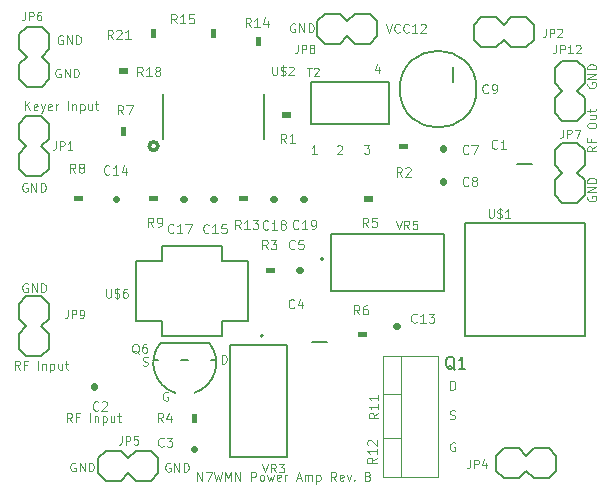
<source format=gbr>
%TF.GenerationSoftware,KiCad,Pcbnew,(6.0.2)*%
%TF.CreationDate,2022-10-25T13:23:13-07:00*%
%TF.ProjectId,powerAmp_RevB,706f7765-7241-46d7-905f-526576422e6b,rev?*%
%TF.SameCoordinates,Original*%
%TF.FileFunction,Legend,Top*%
%TF.FilePolarity,Positive*%
%FSLAX46Y46*%
G04 Gerber Fmt 4.6, Leading zero omitted, Abs format (unit mm)*
G04 Created by KiCad (PCBNEW (6.0.2)) date 2022-10-25 13:23:13*
%MOMM*%
%LPD*%
G01*
G04 APERTURE LIST*
%ADD10C,0.304800*%
%ADD11C,0.065024*%
%ADD12C,0.029911*%
%ADD13C,0.114300*%
%ADD14C,0.093472*%
%ADD15C,0.097536*%
%ADD16C,0.032512*%
%ADD17C,0.036576*%
%ADD18C,0.150000*%
%ADD19C,0.558800*%
%ADD20C,0.203200*%
%ADD21C,0.200000*%
%ADD22C,0.120000*%
%ADD23C,0.127000*%
G04 APERTURE END LIST*
D10*
X131715309Y-98653600D02*
G75*
G03*
X131715309Y-98653600I-359209J0D01*
G01*
D11*
X120661999Y-101802224D02*
X120590782Y-101766615D01*
X120483957Y-101766615D01*
X120377132Y-101802224D01*
X120305915Y-101873440D01*
X120270307Y-101944657D01*
X120234699Y-102087091D01*
X120234699Y-102193916D01*
X120270307Y-102336349D01*
X120305915Y-102407566D01*
X120377132Y-102478783D01*
X120483957Y-102514391D01*
X120555174Y-102514391D01*
X120661999Y-102478783D01*
X120697608Y-102443174D01*
X120697608Y-102193916D01*
X120555174Y-102193916D01*
X121018083Y-102514391D02*
X121018083Y-101766615D01*
X121445384Y-102514391D01*
X121445384Y-101766615D01*
X121801467Y-102514391D02*
X121801467Y-101766615D01*
X121979509Y-101766615D01*
X122086334Y-101802224D01*
X122157551Y-101873440D01*
X122193160Y-101944657D01*
X122228768Y-102087091D01*
X122228768Y-102193916D01*
X122193160Y-102336349D01*
X122157551Y-102407566D01*
X122086334Y-102478783D01*
X121979509Y-102514391D01*
X121801467Y-102514391D01*
X156881999Y-123762224D02*
X156810782Y-123726615D01*
X156703957Y-123726615D01*
X156597132Y-123762224D01*
X156525915Y-123833440D01*
X156490307Y-123904657D01*
X156454699Y-124047091D01*
X156454699Y-124153916D01*
X156490307Y-124296349D01*
X156525915Y-124367566D01*
X156597132Y-124438783D01*
X156703957Y-124474391D01*
X156775174Y-124474391D01*
X156881999Y-124438783D01*
X156917608Y-124403174D01*
X156917608Y-124153916D01*
X156775174Y-124153916D01*
X137130307Y-117054391D02*
X137130307Y-116306615D01*
X137308349Y-116306615D01*
X137415174Y-116342224D01*
X137486391Y-116413440D01*
X137521999Y-116484657D01*
X137557608Y-116627091D01*
X137557608Y-116733916D01*
X137521999Y-116876349D01*
X137486391Y-116947566D01*
X137415174Y-117018783D01*
X137308349Y-117054391D01*
X137130307Y-117054391D01*
X132571999Y-119502224D02*
X132500782Y-119466615D01*
X132393957Y-119466615D01*
X132287132Y-119502224D01*
X132215915Y-119573440D01*
X132180307Y-119644657D01*
X132144699Y-119787091D01*
X132144699Y-119893916D01*
X132180307Y-120036349D01*
X132215915Y-120107566D01*
X132287132Y-120178783D01*
X132393957Y-120214391D01*
X132465174Y-120214391D01*
X132571999Y-120178783D01*
X132607608Y-120143174D01*
X132607608Y-119893916D01*
X132465174Y-119893916D01*
X124736999Y-125477224D02*
X124665782Y-125441615D01*
X124558957Y-125441615D01*
X124452132Y-125477224D01*
X124380915Y-125548440D01*
X124345307Y-125619657D01*
X124309699Y-125762091D01*
X124309699Y-125868916D01*
X124345307Y-126011349D01*
X124380915Y-126082566D01*
X124452132Y-126153783D01*
X124558957Y-126189391D01*
X124630174Y-126189391D01*
X124736999Y-126153783D01*
X124772608Y-126118174D01*
X124772608Y-125868916D01*
X124630174Y-125868916D01*
X125093083Y-126189391D02*
X125093083Y-125441615D01*
X125520384Y-126189391D01*
X125520384Y-125441615D01*
X125876467Y-126189391D02*
X125876467Y-125441615D01*
X126054509Y-125441615D01*
X126161334Y-125477224D01*
X126232551Y-125548440D01*
X126268160Y-125619657D01*
X126303768Y-125762091D01*
X126303768Y-125868916D01*
X126268160Y-126011349D01*
X126232551Y-126082566D01*
X126161334Y-126153783D01*
X126054509Y-126189391D01*
X125876467Y-126189391D01*
X130444699Y-117208783D02*
X130551524Y-117244391D01*
X130729566Y-117244391D01*
X130800782Y-117208783D01*
X130836391Y-117173174D01*
X130871999Y-117101958D01*
X130871999Y-117030741D01*
X130836391Y-116959524D01*
X130800782Y-116923916D01*
X130729566Y-116888307D01*
X130587132Y-116852699D01*
X130515915Y-116817091D01*
X130480307Y-116781482D01*
X130444699Y-116710265D01*
X130444699Y-116639049D01*
X130480307Y-116567832D01*
X130515915Y-116532224D01*
X130587132Y-116496615D01*
X130765174Y-116496615D01*
X130871999Y-116532224D01*
X135070307Y-126989391D02*
X135070307Y-126241615D01*
X135497608Y-126989391D01*
X135497608Y-126241615D01*
X135782475Y-126241615D02*
X136280992Y-126241615D01*
X135960517Y-126989391D01*
X136494642Y-126241615D02*
X136672684Y-126989391D01*
X136815118Y-126455265D01*
X136957551Y-126989391D01*
X137135593Y-126241615D01*
X137420460Y-126989391D02*
X137420460Y-126241615D01*
X137669719Y-126775741D01*
X137918977Y-126241615D01*
X137918977Y-126989391D01*
X138275061Y-126989391D02*
X138275061Y-126241615D01*
X138702362Y-126989391D01*
X138702362Y-126241615D01*
X139628180Y-126989391D02*
X139628180Y-126241615D01*
X139913047Y-126241615D01*
X139984264Y-126277224D01*
X140019872Y-126312832D01*
X140055480Y-126384049D01*
X140055480Y-126490874D01*
X140019872Y-126562091D01*
X139984264Y-126597699D01*
X139913047Y-126633307D01*
X139628180Y-126633307D01*
X140482781Y-126989391D02*
X140411564Y-126953783D01*
X140375956Y-126918174D01*
X140340347Y-126846958D01*
X140340347Y-126633307D01*
X140375956Y-126562091D01*
X140411564Y-126526482D01*
X140482781Y-126490874D01*
X140589606Y-126490874D01*
X140660823Y-126526482D01*
X140696431Y-126562091D01*
X140732040Y-126633307D01*
X140732040Y-126846958D01*
X140696431Y-126918174D01*
X140660823Y-126953783D01*
X140589606Y-126989391D01*
X140482781Y-126989391D01*
X140981298Y-126490874D02*
X141123732Y-126989391D01*
X141266165Y-126633307D01*
X141408599Y-126989391D01*
X141551032Y-126490874D01*
X142120766Y-126953783D02*
X142049550Y-126989391D01*
X141907116Y-126989391D01*
X141835899Y-126953783D01*
X141800291Y-126882566D01*
X141800291Y-126597699D01*
X141835899Y-126526482D01*
X141907116Y-126490874D01*
X142049550Y-126490874D01*
X142120766Y-126526482D01*
X142156375Y-126597699D01*
X142156375Y-126668916D01*
X141800291Y-126740132D01*
X142476850Y-126989391D02*
X142476850Y-126490874D01*
X142476850Y-126633307D02*
X142512459Y-126562091D01*
X142548067Y-126526482D01*
X142619284Y-126490874D01*
X142690501Y-126490874D01*
X143473885Y-126775741D02*
X143829969Y-126775741D01*
X143402668Y-126989391D02*
X143651927Y-126241615D01*
X143901185Y-126989391D01*
X144150444Y-126989391D02*
X144150444Y-126490874D01*
X144150444Y-126562091D02*
X144186053Y-126526482D01*
X144257269Y-126490874D01*
X144364094Y-126490874D01*
X144435311Y-126526482D01*
X144470920Y-126597699D01*
X144470920Y-126989391D01*
X144470920Y-126597699D02*
X144506528Y-126526482D01*
X144577745Y-126490874D01*
X144684570Y-126490874D01*
X144755787Y-126526482D01*
X144791395Y-126597699D01*
X144791395Y-126989391D01*
X145147479Y-126490874D02*
X145147479Y-127238650D01*
X145147479Y-126526482D02*
X145218696Y-126490874D01*
X145361129Y-126490874D01*
X145432346Y-126526482D01*
X145467954Y-126562091D01*
X145503563Y-126633307D01*
X145503563Y-126846958D01*
X145467954Y-126918174D01*
X145432346Y-126953783D01*
X145361129Y-126989391D01*
X145218696Y-126989391D01*
X145147479Y-126953783D01*
X146821073Y-126989391D02*
X146571814Y-126633307D01*
X146393772Y-126989391D02*
X146393772Y-126241615D01*
X146678639Y-126241615D01*
X146749856Y-126277224D01*
X146785464Y-126312832D01*
X146821073Y-126384049D01*
X146821073Y-126490874D01*
X146785464Y-126562091D01*
X146749856Y-126597699D01*
X146678639Y-126633307D01*
X146393772Y-126633307D01*
X147426415Y-126953783D02*
X147355198Y-126989391D01*
X147212765Y-126989391D01*
X147141548Y-126953783D01*
X147105940Y-126882566D01*
X147105940Y-126597699D01*
X147141548Y-126526482D01*
X147212765Y-126490874D01*
X147355198Y-126490874D01*
X147426415Y-126526482D01*
X147462024Y-126597699D01*
X147462024Y-126668916D01*
X147105940Y-126740132D01*
X147711282Y-126490874D02*
X147889324Y-126989391D01*
X148067366Y-126490874D01*
X148352233Y-126918174D02*
X148387841Y-126953783D01*
X148352233Y-126989391D01*
X148316625Y-126953783D01*
X148352233Y-126918174D01*
X148352233Y-126989391D01*
X149527310Y-126597699D02*
X149634135Y-126633307D01*
X149669743Y-126668916D01*
X149705352Y-126740132D01*
X149705352Y-126846958D01*
X149669743Y-126918174D01*
X149634135Y-126953783D01*
X149562918Y-126989391D01*
X149278051Y-126989391D01*
X149278051Y-126241615D01*
X149527310Y-126241615D01*
X149598526Y-126277224D01*
X149634135Y-126312832D01*
X149669743Y-126384049D01*
X149669743Y-126455265D01*
X149634135Y-126526482D01*
X149598526Y-126562091D01*
X149527310Y-126597699D01*
X149278051Y-126597699D01*
X151038482Y-88291615D02*
X151287741Y-89039391D01*
X151536999Y-88291615D01*
X152213558Y-88968174D02*
X152177950Y-89003783D01*
X152071125Y-89039391D01*
X151999908Y-89039391D01*
X151893083Y-89003783D01*
X151821866Y-88932566D01*
X151786258Y-88861349D01*
X151750649Y-88718916D01*
X151750649Y-88612091D01*
X151786258Y-88469657D01*
X151821866Y-88398440D01*
X151893083Y-88327224D01*
X151999908Y-88291615D01*
X152071125Y-88291615D01*
X152177950Y-88327224D01*
X152213558Y-88362832D01*
X152961334Y-88968174D02*
X152925726Y-89003783D01*
X152818901Y-89039391D01*
X152747684Y-89039391D01*
X152640859Y-89003783D01*
X152569642Y-88932566D01*
X152534034Y-88861349D01*
X152498425Y-88718916D01*
X152498425Y-88612091D01*
X152534034Y-88469657D01*
X152569642Y-88398440D01*
X152640859Y-88327224D01*
X152747684Y-88291615D01*
X152818901Y-88291615D01*
X152925726Y-88327224D01*
X152961334Y-88362832D01*
X153673502Y-89039391D02*
X153246201Y-89039391D01*
X153459852Y-89039391D02*
X153459852Y-88291615D01*
X153388635Y-88398440D01*
X153317418Y-88469657D01*
X153246201Y-88505265D01*
X153958369Y-88362832D02*
X153993977Y-88327224D01*
X154065194Y-88291615D01*
X154243236Y-88291615D01*
X154314453Y-88327224D01*
X154350061Y-88362832D01*
X154385670Y-88434049D01*
X154385670Y-88505265D01*
X154350061Y-88612091D01*
X153922761Y-89039391D01*
X154385670Y-89039391D01*
X124472608Y-122014391D02*
X124223349Y-121658307D01*
X124045307Y-122014391D02*
X124045307Y-121266615D01*
X124330174Y-121266615D01*
X124401391Y-121302224D01*
X124436999Y-121337832D01*
X124472608Y-121409049D01*
X124472608Y-121515874D01*
X124436999Y-121587091D01*
X124401391Y-121622699D01*
X124330174Y-121658307D01*
X124045307Y-121658307D01*
X125042342Y-121622699D02*
X124793083Y-121622699D01*
X124793083Y-122014391D02*
X124793083Y-121266615D01*
X125149167Y-121266615D01*
X126003768Y-122014391D02*
X126003768Y-121266615D01*
X126359852Y-121515874D02*
X126359852Y-122014391D01*
X126359852Y-121587091D02*
X126395460Y-121551482D01*
X126466677Y-121515874D01*
X126573502Y-121515874D01*
X126644719Y-121551482D01*
X126680327Y-121622699D01*
X126680327Y-122014391D01*
X127036411Y-121515874D02*
X127036411Y-122263650D01*
X127036411Y-121551482D02*
X127107628Y-121515874D01*
X127250061Y-121515874D01*
X127321278Y-121551482D01*
X127356886Y-121587091D01*
X127392495Y-121658307D01*
X127392495Y-121871958D01*
X127356886Y-121943174D01*
X127321278Y-121978783D01*
X127250061Y-122014391D01*
X127107628Y-122014391D01*
X127036411Y-121978783D01*
X128033446Y-121515874D02*
X128033446Y-122014391D01*
X127712970Y-121515874D02*
X127712970Y-121907566D01*
X127748579Y-121978783D01*
X127819795Y-122014391D01*
X127926621Y-122014391D01*
X127997837Y-121978783D01*
X128033446Y-121943174D01*
X128282704Y-121515874D02*
X128567571Y-121515874D01*
X128389529Y-121266615D02*
X128389529Y-121907566D01*
X128425138Y-121978783D01*
X128496355Y-122014391D01*
X128567571Y-122014391D01*
X143336999Y-88302224D02*
X143265782Y-88266615D01*
X143158957Y-88266615D01*
X143052132Y-88302224D01*
X142980915Y-88373440D01*
X142945307Y-88444657D01*
X142909699Y-88587091D01*
X142909699Y-88693916D01*
X142945307Y-88836349D01*
X142980915Y-88907566D01*
X143052132Y-88978783D01*
X143158957Y-89014391D01*
X143230174Y-89014391D01*
X143336999Y-88978783D01*
X143372608Y-88943174D01*
X143372608Y-88693916D01*
X143230174Y-88693916D01*
X143693083Y-89014391D02*
X143693083Y-88266615D01*
X144120384Y-89014391D01*
X144120384Y-88266615D01*
X144476467Y-89014391D02*
X144476467Y-88266615D01*
X144654509Y-88266615D01*
X144761334Y-88302224D01*
X144832551Y-88373440D01*
X144868160Y-88444657D01*
X144903768Y-88587091D01*
X144903768Y-88693916D01*
X144868160Y-88836349D01*
X144832551Y-88907566D01*
X144761334Y-88978783D01*
X144654509Y-89014391D01*
X144476467Y-89014391D01*
X123661999Y-89302224D02*
X123590782Y-89266615D01*
X123483957Y-89266615D01*
X123377132Y-89302224D01*
X123305915Y-89373440D01*
X123270307Y-89444657D01*
X123234699Y-89587091D01*
X123234699Y-89693916D01*
X123270307Y-89836349D01*
X123305915Y-89907566D01*
X123377132Y-89978783D01*
X123483957Y-90014391D01*
X123555174Y-90014391D01*
X123661999Y-89978783D01*
X123697608Y-89943174D01*
X123697608Y-89693916D01*
X123555174Y-89693916D01*
X124018083Y-90014391D02*
X124018083Y-89266615D01*
X124445384Y-90014391D01*
X124445384Y-89266615D01*
X124801467Y-90014391D02*
X124801467Y-89266615D01*
X124979509Y-89266615D01*
X125086334Y-89302224D01*
X125157551Y-89373440D01*
X125193160Y-89444657D01*
X125228768Y-89587091D01*
X125228768Y-89693916D01*
X125193160Y-89836349D01*
X125157551Y-89907566D01*
X125086334Y-89978783D01*
X124979509Y-90014391D01*
X124801467Y-90014391D01*
X132761999Y-125502224D02*
X132690782Y-125466615D01*
X132583957Y-125466615D01*
X132477132Y-125502224D01*
X132405915Y-125573440D01*
X132370307Y-125644657D01*
X132334699Y-125787091D01*
X132334699Y-125893916D01*
X132370307Y-126036349D01*
X132405915Y-126107566D01*
X132477132Y-126178783D01*
X132583957Y-126214391D01*
X132655174Y-126214391D01*
X132761999Y-126178783D01*
X132797608Y-126143174D01*
X132797608Y-125893916D01*
X132655174Y-125893916D01*
X133118083Y-126214391D02*
X133118083Y-125466615D01*
X133545384Y-126214391D01*
X133545384Y-125466615D01*
X133901467Y-126214391D02*
X133901467Y-125466615D01*
X134079509Y-125466615D01*
X134186334Y-125502224D01*
X134257551Y-125573440D01*
X134293160Y-125644657D01*
X134328768Y-125787091D01*
X134328768Y-125893916D01*
X134293160Y-126036349D01*
X134257551Y-126107566D01*
X134186334Y-126178783D01*
X134079509Y-126214391D01*
X133901467Y-126214391D01*
X120047608Y-117564391D02*
X119798349Y-117208307D01*
X119620307Y-117564391D02*
X119620307Y-116816615D01*
X119905174Y-116816615D01*
X119976391Y-116852224D01*
X120011999Y-116887832D01*
X120047608Y-116959049D01*
X120047608Y-117065874D01*
X120011999Y-117137091D01*
X119976391Y-117172699D01*
X119905174Y-117208307D01*
X119620307Y-117208307D01*
X120617342Y-117172699D02*
X120368083Y-117172699D01*
X120368083Y-117564391D02*
X120368083Y-116816615D01*
X120724167Y-116816615D01*
X121578768Y-117564391D02*
X121578768Y-116816615D01*
X121934852Y-117065874D02*
X121934852Y-117564391D01*
X121934852Y-117137091D02*
X121970460Y-117101482D01*
X122041677Y-117065874D01*
X122148502Y-117065874D01*
X122219719Y-117101482D01*
X122255327Y-117172699D01*
X122255327Y-117564391D01*
X122611411Y-117065874D02*
X122611411Y-117813650D01*
X122611411Y-117101482D02*
X122682628Y-117065874D01*
X122825061Y-117065874D01*
X122896278Y-117101482D01*
X122931886Y-117137091D01*
X122967495Y-117208307D01*
X122967495Y-117421958D01*
X122931886Y-117493174D01*
X122896278Y-117528783D01*
X122825061Y-117564391D01*
X122682628Y-117564391D01*
X122611411Y-117528783D01*
X123608446Y-117065874D02*
X123608446Y-117564391D01*
X123287970Y-117065874D02*
X123287970Y-117457566D01*
X123323579Y-117528783D01*
X123394795Y-117564391D01*
X123501621Y-117564391D01*
X123572837Y-117528783D01*
X123608446Y-117493174D01*
X123857704Y-117065874D02*
X124142571Y-117065874D01*
X123964529Y-116816615D02*
X123964529Y-117457566D01*
X124000138Y-117528783D01*
X124071355Y-117564391D01*
X124142571Y-117564391D01*
X168112224Y-102898000D02*
X168076615Y-102969217D01*
X168076615Y-103076042D01*
X168112224Y-103182867D01*
X168183440Y-103254084D01*
X168254657Y-103289692D01*
X168397091Y-103325300D01*
X168503916Y-103325300D01*
X168646349Y-103289692D01*
X168717566Y-103254084D01*
X168788783Y-103182867D01*
X168824391Y-103076042D01*
X168824391Y-103004825D01*
X168788783Y-102898000D01*
X168753174Y-102862391D01*
X168503916Y-102862391D01*
X168503916Y-103004825D01*
X168824391Y-102541916D02*
X168076615Y-102541916D01*
X168824391Y-102114615D01*
X168076615Y-102114615D01*
X168824391Y-101758532D02*
X168076615Y-101758532D01*
X168076615Y-101580490D01*
X168112224Y-101473665D01*
X168183440Y-101402448D01*
X168254657Y-101366839D01*
X168397091Y-101331231D01*
X168503916Y-101331231D01*
X168646349Y-101366839D01*
X168717566Y-101402448D01*
X168788783Y-101473665D01*
X168824391Y-101580490D01*
X168824391Y-101758532D01*
X156454699Y-121738783D02*
X156561524Y-121774391D01*
X156739566Y-121774391D01*
X156810782Y-121738783D01*
X156846391Y-121703174D01*
X156881999Y-121631958D01*
X156881999Y-121560741D01*
X156846391Y-121489524D01*
X156810782Y-121453916D01*
X156739566Y-121418307D01*
X156597132Y-121382699D01*
X156525915Y-121347091D01*
X156490307Y-121311482D01*
X156454699Y-121240265D01*
X156454699Y-121169049D01*
X156490307Y-121097832D01*
X156525915Y-121062224D01*
X156597132Y-121026615D01*
X156775174Y-121026615D01*
X156881999Y-121062224D01*
X120495307Y-95614391D02*
X120495307Y-94866615D01*
X120922608Y-95614391D02*
X120602132Y-95187091D01*
X120922608Y-94866615D02*
X120495307Y-95293916D01*
X121527950Y-95578783D02*
X121456733Y-95614391D01*
X121314300Y-95614391D01*
X121243083Y-95578783D01*
X121207475Y-95507566D01*
X121207475Y-95222699D01*
X121243083Y-95151482D01*
X121314300Y-95115874D01*
X121456733Y-95115874D01*
X121527950Y-95151482D01*
X121563558Y-95222699D01*
X121563558Y-95293916D01*
X121207475Y-95365132D01*
X121812817Y-95115874D02*
X121990859Y-95614391D01*
X122168901Y-95115874D02*
X121990859Y-95614391D01*
X121919642Y-95792433D01*
X121884034Y-95828041D01*
X121812817Y-95863650D01*
X122738635Y-95578783D02*
X122667418Y-95614391D01*
X122524985Y-95614391D01*
X122453768Y-95578783D01*
X122418160Y-95507566D01*
X122418160Y-95222699D01*
X122453768Y-95151482D01*
X122524985Y-95115874D01*
X122667418Y-95115874D01*
X122738635Y-95151482D01*
X122774243Y-95222699D01*
X122774243Y-95293916D01*
X122418160Y-95365132D01*
X123094719Y-95614391D02*
X123094719Y-95115874D01*
X123094719Y-95258307D02*
X123130327Y-95187091D01*
X123165936Y-95151482D01*
X123237152Y-95115874D01*
X123308369Y-95115874D01*
X124127362Y-95614391D02*
X124127362Y-94866615D01*
X124483446Y-95115874D02*
X124483446Y-95614391D01*
X124483446Y-95187091D02*
X124519054Y-95151482D01*
X124590271Y-95115874D01*
X124697096Y-95115874D01*
X124768313Y-95151482D01*
X124803921Y-95222699D01*
X124803921Y-95614391D01*
X125160005Y-95115874D02*
X125160005Y-95863650D01*
X125160005Y-95151482D02*
X125231222Y-95115874D01*
X125373655Y-95115874D01*
X125444872Y-95151482D01*
X125480480Y-95187091D01*
X125516089Y-95258307D01*
X125516089Y-95471958D01*
X125480480Y-95543174D01*
X125444872Y-95578783D01*
X125373655Y-95614391D01*
X125231222Y-95614391D01*
X125160005Y-95578783D01*
X126157040Y-95115874D02*
X126157040Y-95614391D01*
X125836564Y-95115874D02*
X125836564Y-95507566D01*
X125872173Y-95578783D01*
X125943389Y-95614391D01*
X126050214Y-95614391D01*
X126121431Y-95578783D01*
X126157040Y-95543174D01*
X126406298Y-95115874D02*
X126691165Y-95115874D01*
X126513123Y-94866615D02*
X126513123Y-95507566D01*
X126548732Y-95578783D01*
X126619949Y-95614391D01*
X126691165Y-95614391D01*
X120686999Y-110302224D02*
X120615782Y-110266615D01*
X120508957Y-110266615D01*
X120402132Y-110302224D01*
X120330915Y-110373440D01*
X120295307Y-110444657D01*
X120259699Y-110587091D01*
X120259699Y-110693916D01*
X120295307Y-110836349D01*
X120330915Y-110907566D01*
X120402132Y-110978783D01*
X120508957Y-111014391D01*
X120580174Y-111014391D01*
X120686999Y-110978783D01*
X120722608Y-110943174D01*
X120722608Y-110693916D01*
X120580174Y-110693916D01*
X121043083Y-111014391D02*
X121043083Y-110266615D01*
X121470384Y-111014391D01*
X121470384Y-110266615D01*
X121826467Y-111014391D02*
X121826467Y-110266615D01*
X122004509Y-110266615D01*
X122111334Y-110302224D01*
X122182551Y-110373440D01*
X122218160Y-110444657D01*
X122253768Y-110587091D01*
X122253768Y-110693916D01*
X122218160Y-110836349D01*
X122182551Y-110907566D01*
X122111334Y-110978783D01*
X122004509Y-111014391D01*
X121826467Y-111014391D01*
X123461999Y-92127224D02*
X123390782Y-92091615D01*
X123283957Y-92091615D01*
X123177132Y-92127224D01*
X123105915Y-92198440D01*
X123070307Y-92269657D01*
X123034699Y-92412091D01*
X123034699Y-92518916D01*
X123070307Y-92661349D01*
X123105915Y-92732566D01*
X123177132Y-92803783D01*
X123283957Y-92839391D01*
X123355174Y-92839391D01*
X123461999Y-92803783D01*
X123497608Y-92768174D01*
X123497608Y-92518916D01*
X123355174Y-92518916D01*
X123818083Y-92839391D02*
X123818083Y-92091615D01*
X124245384Y-92839391D01*
X124245384Y-92091615D01*
X124601467Y-92839391D02*
X124601467Y-92091615D01*
X124779509Y-92091615D01*
X124886334Y-92127224D01*
X124957551Y-92198440D01*
X124993160Y-92269657D01*
X125028768Y-92412091D01*
X125028768Y-92518916D01*
X124993160Y-92661349D01*
X124957551Y-92732566D01*
X124886334Y-92803783D01*
X124779509Y-92839391D01*
X124601467Y-92839391D01*
X168824391Y-98652391D02*
X168468307Y-98901650D01*
X168824391Y-99079692D02*
X168076615Y-99079692D01*
X168076615Y-98794825D01*
X168112224Y-98723608D01*
X168147832Y-98688000D01*
X168219049Y-98652391D01*
X168325874Y-98652391D01*
X168397091Y-98688000D01*
X168432699Y-98723608D01*
X168468307Y-98794825D01*
X168468307Y-99079692D01*
X168432699Y-98082657D02*
X168432699Y-98331916D01*
X168824391Y-98331916D02*
X168076615Y-98331916D01*
X168076615Y-97975832D01*
X168076615Y-96978798D02*
X168076615Y-96836364D01*
X168112224Y-96765147D01*
X168183440Y-96693930D01*
X168325874Y-96658322D01*
X168575132Y-96658322D01*
X168717566Y-96693930D01*
X168788783Y-96765147D01*
X168824391Y-96836364D01*
X168824391Y-96978798D01*
X168788783Y-97050014D01*
X168717566Y-97121231D01*
X168575132Y-97156839D01*
X168325874Y-97156839D01*
X168183440Y-97121231D01*
X168112224Y-97050014D01*
X168076615Y-96978798D01*
X168325874Y-96017371D02*
X168824391Y-96017371D01*
X168325874Y-96337847D02*
X168717566Y-96337847D01*
X168788783Y-96302238D01*
X168824391Y-96231022D01*
X168824391Y-96124196D01*
X168788783Y-96052980D01*
X168753174Y-96017371D01*
X168325874Y-95768113D02*
X168325874Y-95483246D01*
X168076615Y-95661287D02*
X168717566Y-95661287D01*
X168788783Y-95625679D01*
X168824391Y-95554462D01*
X168824391Y-95483246D01*
X156490307Y-119284391D02*
X156490307Y-118536615D01*
X156668349Y-118536615D01*
X156775174Y-118572224D01*
X156846391Y-118643440D01*
X156881999Y-118714657D01*
X156917608Y-118857091D01*
X156917608Y-118963916D01*
X156881999Y-119106349D01*
X156846391Y-119177566D01*
X156775174Y-119248783D01*
X156668349Y-119284391D01*
X156490307Y-119284391D01*
X168112224Y-93298000D02*
X168076615Y-93369217D01*
X168076615Y-93476042D01*
X168112224Y-93582867D01*
X168183440Y-93654084D01*
X168254657Y-93689692D01*
X168397091Y-93725300D01*
X168503916Y-93725300D01*
X168646349Y-93689692D01*
X168717566Y-93654084D01*
X168788783Y-93582867D01*
X168824391Y-93476042D01*
X168824391Y-93404825D01*
X168788783Y-93298000D01*
X168753174Y-93262391D01*
X168503916Y-93262391D01*
X168503916Y-93404825D01*
X168824391Y-92941916D02*
X168076615Y-92941916D01*
X168824391Y-92514615D01*
X168076615Y-92514615D01*
X168824391Y-92158532D02*
X168076615Y-92158532D01*
X168076615Y-91980490D01*
X168112224Y-91873665D01*
X168183440Y-91802448D01*
X168254657Y-91766839D01*
X168397091Y-91731231D01*
X168503916Y-91731231D01*
X168646349Y-91766839D01*
X168717566Y-91802448D01*
X168788783Y-91873665D01*
X168824391Y-91980490D01*
X168824391Y-92158532D01*
D12*
%TO.C,R4*%
X132153209Y-122029164D02*
X131892246Y-121656359D01*
X131705844Y-122029164D02*
X131705844Y-121246275D01*
X132004087Y-121246275D01*
X132078648Y-121283555D01*
X132115929Y-121320835D01*
X132153209Y-121395396D01*
X132153209Y-121507238D01*
X132115929Y-121581798D01*
X132078648Y-121619079D01*
X132004087Y-121656359D01*
X131705844Y-121656359D01*
X132824257Y-121507238D02*
X132824257Y-122029164D01*
X132637855Y-121208994D02*
X132451452Y-121768201D01*
X132936098Y-121768201D01*
%TO.C,R11*%
X150354164Y-121226790D02*
X149981359Y-121487753D01*
X150354164Y-121674155D02*
X149571275Y-121674155D01*
X149571275Y-121375912D01*
X149608555Y-121301351D01*
X149645835Y-121264070D01*
X149720396Y-121226790D01*
X149832238Y-121226790D01*
X149906798Y-121264070D01*
X149944079Y-121301351D01*
X149981359Y-121375912D01*
X149981359Y-121674155D01*
X150354164Y-120481181D02*
X150354164Y-120928547D01*
X150354164Y-120704864D02*
X149571275Y-120704864D01*
X149683116Y-120779425D01*
X149757677Y-120853986D01*
X149794957Y-120928547D01*
X150354164Y-119735573D02*
X150354164Y-120182938D01*
X150354164Y-119959255D02*
X149571275Y-119959255D01*
X149683116Y-120033816D01*
X149757677Y-120108377D01*
X149794957Y-120182938D01*
%TO.C,C17*%
X133043209Y-105929603D02*
X133005929Y-105966883D01*
X132894087Y-106004164D01*
X132819526Y-106004164D01*
X132707685Y-105966883D01*
X132633124Y-105892322D01*
X132595844Y-105817761D01*
X132558563Y-105668640D01*
X132558563Y-105556798D01*
X132595844Y-105407677D01*
X132633124Y-105333116D01*
X132707685Y-105258555D01*
X132819526Y-105221275D01*
X132894087Y-105221275D01*
X133005929Y-105258555D01*
X133043209Y-105295835D01*
X133788818Y-106004164D02*
X133341452Y-106004164D01*
X133565135Y-106004164D02*
X133565135Y-105221275D01*
X133490574Y-105333116D01*
X133416013Y-105407677D01*
X133341452Y-105444957D01*
X134049781Y-105221275D02*
X134571707Y-105221275D01*
X134236183Y-106004164D01*
%TO.C,C14*%
X127613209Y-100989603D02*
X127575929Y-101026883D01*
X127464087Y-101064164D01*
X127389526Y-101064164D01*
X127277685Y-101026883D01*
X127203124Y-100952322D01*
X127165844Y-100877761D01*
X127128563Y-100728640D01*
X127128563Y-100616798D01*
X127165844Y-100467677D01*
X127203124Y-100393116D01*
X127277685Y-100318555D01*
X127389526Y-100281275D01*
X127464087Y-100281275D01*
X127575929Y-100318555D01*
X127613209Y-100355835D01*
X128358818Y-101064164D02*
X127911452Y-101064164D01*
X128135135Y-101064164D02*
X128135135Y-100281275D01*
X128060574Y-100393116D01*
X127986013Y-100467677D01*
X127911452Y-100504957D01*
X129029865Y-100542238D02*
X129029865Y-101064164D01*
X128843463Y-100243994D02*
X128657061Y-100803201D01*
X129141707Y-100803201D01*
%TO.C,R12*%
X150234164Y-125016790D02*
X149861359Y-125277753D01*
X150234164Y-125464155D02*
X149451275Y-125464155D01*
X149451275Y-125165912D01*
X149488555Y-125091351D01*
X149525835Y-125054070D01*
X149600396Y-125016790D01*
X149712238Y-125016790D01*
X149786798Y-125054070D01*
X149824079Y-125091351D01*
X149861359Y-125165912D01*
X149861359Y-125464155D01*
X150234164Y-124271181D02*
X150234164Y-124718547D01*
X150234164Y-124494864D02*
X149451275Y-124494864D01*
X149563116Y-124569425D01*
X149637677Y-124643986D01*
X149674957Y-124718547D01*
X149525835Y-123972938D02*
X149488555Y-123935658D01*
X149451275Y-123861097D01*
X149451275Y-123674695D01*
X149488555Y-123600134D01*
X149525835Y-123562853D01*
X149600396Y-123525573D01*
X149674957Y-123525573D01*
X149786798Y-123562853D01*
X150234164Y-124010218D01*
X150234164Y-123525573D01*
%TO.C,C15*%
X136043209Y-105959603D02*
X136005929Y-105996883D01*
X135894087Y-106034164D01*
X135819526Y-106034164D01*
X135707685Y-105996883D01*
X135633124Y-105922322D01*
X135595844Y-105847761D01*
X135558563Y-105698640D01*
X135558563Y-105586798D01*
X135595844Y-105437677D01*
X135633124Y-105363116D01*
X135707685Y-105288555D01*
X135819526Y-105251275D01*
X135894087Y-105251275D01*
X136005929Y-105288555D01*
X136043209Y-105325835D01*
X136788818Y-106034164D02*
X136341452Y-106034164D01*
X136565135Y-106034164D02*
X136565135Y-105251275D01*
X136490574Y-105363116D01*
X136416013Y-105437677D01*
X136341452Y-105474957D01*
X137497146Y-105251275D02*
X137124341Y-105251275D01*
X137087061Y-105624079D01*
X137124341Y-105586798D01*
X137198902Y-105549518D01*
X137385304Y-105549518D01*
X137459865Y-105586798D01*
X137497146Y-105624079D01*
X137534426Y-105698640D01*
X137534426Y-105885042D01*
X137497146Y-105959603D01*
X137459865Y-105996883D01*
X137385304Y-106034164D01*
X137198902Y-106034164D01*
X137124341Y-105996883D01*
X137087061Y-105959603D01*
%TO.C,R6*%
X148789209Y-112897164D02*
X148528246Y-112524359D01*
X148341844Y-112897164D02*
X148341844Y-112114275D01*
X148640087Y-112114275D01*
X148714648Y-112151555D01*
X148751929Y-112188835D01*
X148789209Y-112263396D01*
X148789209Y-112375238D01*
X148751929Y-112449798D01*
X148714648Y-112487079D01*
X148640087Y-112524359D01*
X148341844Y-112524359D01*
X149460257Y-112114275D02*
X149311135Y-112114275D01*
X149236574Y-112151555D01*
X149199294Y-112188835D01*
X149124733Y-112300677D01*
X149087452Y-112449798D01*
X149087452Y-112748042D01*
X149124733Y-112822603D01*
X149162013Y-112859883D01*
X149236574Y-112897164D01*
X149385696Y-112897164D01*
X149460257Y-112859883D01*
X149497537Y-112822603D01*
X149534818Y-112748042D01*
X149534818Y-112561640D01*
X149497537Y-112487079D01*
X149460257Y-112449798D01*
X149385696Y-112412518D01*
X149236574Y-112412518D01*
X149162013Y-112449798D01*
X149124733Y-112487079D01*
X149087452Y-112561640D01*
D13*
%TO.C,JP2*%
X164558975Y-88703688D02*
X164558975Y-89202616D01*
X164525714Y-89302402D01*
X164459190Y-89368926D01*
X164359404Y-89402188D01*
X164292880Y-89402188D01*
X164891595Y-89402188D02*
X164891595Y-88703688D01*
X165157690Y-88703688D01*
X165224214Y-88736950D01*
X165257475Y-88770211D01*
X165290737Y-88836735D01*
X165290737Y-88936521D01*
X165257475Y-89003045D01*
X165224214Y-89036307D01*
X165157690Y-89069569D01*
X164891595Y-89069569D01*
X165556833Y-88770211D02*
X165590095Y-88736950D01*
X165656618Y-88703688D01*
X165822928Y-88703688D01*
X165889452Y-88736950D01*
X165922714Y-88770211D01*
X165955975Y-88836735D01*
X165955975Y-88903259D01*
X165922714Y-89003045D01*
X165523571Y-89402188D01*
X165955975Y-89402188D01*
%TO.C,JP9*%
X124090175Y-112517488D02*
X124090175Y-113016416D01*
X124056914Y-113116202D01*
X123990390Y-113182726D01*
X123890604Y-113215988D01*
X123824080Y-113215988D01*
X124422795Y-113215988D02*
X124422795Y-112517488D01*
X124688890Y-112517488D01*
X124755414Y-112550750D01*
X124788675Y-112584011D01*
X124821937Y-112650535D01*
X124821937Y-112750321D01*
X124788675Y-112816845D01*
X124755414Y-112850107D01*
X124688890Y-112883369D01*
X124422795Y-112883369D01*
X125154556Y-113215988D02*
X125287604Y-113215988D01*
X125354128Y-113182726D01*
X125387390Y-113149464D01*
X125453914Y-113049678D01*
X125487175Y-112916630D01*
X125487175Y-112650535D01*
X125453914Y-112584011D01*
X125420652Y-112550750D01*
X125354128Y-112517488D01*
X125221080Y-112517488D01*
X125154556Y-112550750D01*
X125121295Y-112584011D01*
X125088033Y-112650535D01*
X125088033Y-112816845D01*
X125121295Y-112883369D01*
X125154556Y-112916630D01*
X125221080Y-112949892D01*
X125354128Y-112949892D01*
X125420652Y-112916630D01*
X125453914Y-112883369D01*
X125487175Y-112816845D01*
%TO.C,JP7*%
X166040175Y-97242488D02*
X166040175Y-97741416D01*
X166006914Y-97841202D01*
X165940390Y-97907726D01*
X165840604Y-97940988D01*
X165774080Y-97940988D01*
X166372795Y-97940988D02*
X166372795Y-97242488D01*
X166638890Y-97242488D01*
X166705414Y-97275750D01*
X166738675Y-97309011D01*
X166771937Y-97375535D01*
X166771937Y-97475321D01*
X166738675Y-97541845D01*
X166705414Y-97575107D01*
X166638890Y-97608369D01*
X166372795Y-97608369D01*
X167004771Y-97242488D02*
X167470437Y-97242488D01*
X167171080Y-97940988D01*
D14*
%TO.C,VR3*%
X140578504Y-125556214D02*
X140818280Y-126275542D01*
X141058056Y-125556214D01*
X141708876Y-126275542D02*
X141469100Y-125933005D01*
X141297832Y-126275542D02*
X141297832Y-125556214D01*
X141571861Y-125556214D01*
X141640369Y-125590468D01*
X141674623Y-125624721D01*
X141708876Y-125693229D01*
X141708876Y-125795990D01*
X141674623Y-125864497D01*
X141640369Y-125898751D01*
X141571861Y-125933005D01*
X141297832Y-125933005D01*
X141948652Y-125556214D02*
X142393951Y-125556214D01*
X142154175Y-125830244D01*
X142256936Y-125830244D01*
X142325443Y-125864497D01*
X142359697Y-125898751D01*
X142393951Y-125967258D01*
X142393951Y-126138527D01*
X142359697Y-126207034D01*
X142325443Y-126241288D01*
X142256936Y-126275542D01*
X142051413Y-126275542D01*
X141982906Y-126241288D01*
X141948652Y-126207034D01*
D12*
%TO.C,C19*%
X143615218Y-105604603D02*
X143577938Y-105641883D01*
X143466097Y-105679164D01*
X143391536Y-105679164D01*
X143279695Y-105641883D01*
X143205134Y-105567322D01*
X143167853Y-105492761D01*
X143130573Y-105343640D01*
X143130573Y-105231798D01*
X143167853Y-105082677D01*
X143205134Y-105008116D01*
X143279695Y-104933555D01*
X143391536Y-104896275D01*
X143466097Y-104896275D01*
X143577938Y-104933555D01*
X143615218Y-104970835D01*
X144360827Y-105679164D02*
X143913462Y-105679164D01*
X144137144Y-105679164D02*
X144137144Y-104896275D01*
X144062584Y-105008116D01*
X143988023Y-105082677D01*
X143913462Y-105119957D01*
X144733631Y-105679164D02*
X144882753Y-105679164D01*
X144957314Y-105641883D01*
X144994594Y-105604603D01*
X145069155Y-105492761D01*
X145106436Y-105343640D01*
X145106436Y-105045396D01*
X145069155Y-104970835D01*
X145031875Y-104933555D01*
X144957314Y-104896275D01*
X144808192Y-104896275D01*
X144733631Y-104933555D01*
X144696351Y-104970835D01*
X144659070Y-105045396D01*
X144659070Y-105231798D01*
X144696351Y-105306359D01*
X144733631Y-105343640D01*
X144808192Y-105380920D01*
X144957314Y-105380920D01*
X145031875Y-105343640D01*
X145069155Y-105306359D01*
X145106436Y-105231798D01*
%TO.C,C18*%
X141065218Y-105654603D02*
X141027938Y-105691883D01*
X140916097Y-105729164D01*
X140841536Y-105729164D01*
X140729695Y-105691883D01*
X140655134Y-105617322D01*
X140617853Y-105542761D01*
X140580573Y-105393640D01*
X140580573Y-105281798D01*
X140617853Y-105132677D01*
X140655134Y-105058116D01*
X140729695Y-104983555D01*
X140841536Y-104946275D01*
X140916097Y-104946275D01*
X141027938Y-104983555D01*
X141065218Y-105020835D01*
X141810827Y-105729164D02*
X141363462Y-105729164D01*
X141587144Y-105729164D02*
X141587144Y-104946275D01*
X141512584Y-105058116D01*
X141438023Y-105132677D01*
X141363462Y-105169957D01*
X142258192Y-105281798D02*
X142183631Y-105244518D01*
X142146351Y-105207238D01*
X142109070Y-105132677D01*
X142109070Y-105095396D01*
X142146351Y-105020835D01*
X142183631Y-104983555D01*
X142258192Y-104946275D01*
X142407314Y-104946275D01*
X142481875Y-104983555D01*
X142519155Y-105020835D01*
X142556436Y-105095396D01*
X142556436Y-105132677D01*
X142519155Y-105207238D01*
X142481875Y-105244518D01*
X142407314Y-105281798D01*
X142258192Y-105281798D01*
X142183631Y-105319079D01*
X142146351Y-105356359D01*
X142109070Y-105430920D01*
X142109070Y-105580042D01*
X142146351Y-105654603D01*
X142183631Y-105691883D01*
X142258192Y-105729164D01*
X142407314Y-105729164D01*
X142481875Y-105691883D01*
X142519155Y-105654603D01*
X142556436Y-105580042D01*
X142556436Y-105430920D01*
X142519155Y-105356359D01*
X142481875Y-105319079D01*
X142407314Y-105281798D01*
%TO.C,R8*%
X124726927Y-100912764D02*
X124465964Y-100539959D01*
X124279562Y-100912764D02*
X124279562Y-100129875D01*
X124577805Y-100129875D01*
X124652366Y-100167155D01*
X124689647Y-100204435D01*
X124726927Y-100278996D01*
X124726927Y-100390838D01*
X124689647Y-100465398D01*
X124652366Y-100502679D01*
X124577805Y-100539959D01*
X124279562Y-100539959D01*
X125174292Y-100465398D02*
X125099731Y-100428118D01*
X125062451Y-100390838D01*
X125025170Y-100316277D01*
X125025170Y-100278996D01*
X125062451Y-100204435D01*
X125099731Y-100167155D01*
X125174292Y-100129875D01*
X125323414Y-100129875D01*
X125397975Y-100167155D01*
X125435255Y-100204435D01*
X125472536Y-100278996D01*
X125472536Y-100316277D01*
X125435255Y-100390838D01*
X125397975Y-100428118D01*
X125323414Y-100465398D01*
X125174292Y-100465398D01*
X125099731Y-100502679D01*
X125062451Y-100539959D01*
X125025170Y-100614520D01*
X125025170Y-100763642D01*
X125062451Y-100838203D01*
X125099731Y-100875483D01*
X125174292Y-100912764D01*
X125323414Y-100912764D01*
X125397975Y-100875483D01*
X125435255Y-100838203D01*
X125472536Y-100763642D01*
X125472536Y-100614520D01*
X125435255Y-100539959D01*
X125397975Y-100502679D01*
X125323414Y-100465398D01*
D14*
%TO.C,T2*%
X144319264Y-92015282D02*
X144730308Y-92015282D01*
X144524786Y-92734610D02*
X144524786Y-92015282D01*
X144935831Y-92083789D02*
X144970084Y-92049536D01*
X145038592Y-92015282D01*
X145209860Y-92015282D01*
X145278368Y-92049536D01*
X145312621Y-92083789D01*
X145346875Y-92152297D01*
X145346875Y-92220804D01*
X145312621Y-92323565D01*
X144901577Y-92734610D01*
X145346875Y-92734610D01*
D15*
X145155761Y-99283939D02*
X144747039Y-99283939D01*
X144951400Y-99283939D02*
X144951400Y-98568675D01*
X144883279Y-98670856D01*
X144815159Y-98738976D01*
X144747039Y-98773036D01*
X149186378Y-98568675D02*
X149629161Y-98568675D01*
X149390740Y-98841157D01*
X149492920Y-98841157D01*
X149561041Y-98875217D01*
X149595101Y-98909277D01*
X149629161Y-98977398D01*
X149629161Y-99147699D01*
X149595101Y-99215819D01*
X149561041Y-99249879D01*
X149492920Y-99283939D01*
X149288559Y-99283939D01*
X149220439Y-99249879D01*
X149186378Y-99215819D01*
X146909039Y-98646196D02*
X146943099Y-98612136D01*
X147011219Y-98578075D01*
X147181520Y-98578075D01*
X147249641Y-98612136D01*
X147283701Y-98646196D01*
X147317761Y-98714316D01*
X147317761Y-98782436D01*
X147283701Y-98884617D01*
X146874978Y-99293339D01*
X147317761Y-99293339D01*
X150445241Y-91949097D02*
X150445241Y-92425939D01*
X150274940Y-91676615D02*
X150104639Y-92187518D01*
X150547421Y-92187518D01*
D12*
%TO.C,R3*%
X141010827Y-107379164D02*
X140749864Y-107006359D01*
X140563462Y-107379164D02*
X140563462Y-106596275D01*
X140861705Y-106596275D01*
X140936266Y-106633555D01*
X140973547Y-106670835D01*
X141010827Y-106745396D01*
X141010827Y-106857238D01*
X140973547Y-106931798D01*
X140936266Y-106969079D01*
X140861705Y-107006359D01*
X140563462Y-107006359D01*
X141271790Y-106596275D02*
X141756436Y-106596275D01*
X141495473Y-106894518D01*
X141607314Y-106894518D01*
X141681875Y-106931798D01*
X141719155Y-106969079D01*
X141756436Y-107043640D01*
X141756436Y-107230042D01*
X141719155Y-107304603D01*
X141681875Y-107341883D01*
X141607314Y-107379164D01*
X141383631Y-107379164D01*
X141309070Y-107341883D01*
X141271790Y-107304603D01*
D13*
%TO.C,JP1*%
X123095657Y-98242488D02*
X123095657Y-98741416D01*
X123062395Y-98841202D01*
X122995871Y-98907726D01*
X122896085Y-98940988D01*
X122829562Y-98940988D01*
X123428276Y-98940988D02*
X123428276Y-98242488D01*
X123694371Y-98242488D01*
X123760895Y-98275750D01*
X123794157Y-98309011D01*
X123827419Y-98375535D01*
X123827419Y-98475321D01*
X123794157Y-98541845D01*
X123760895Y-98575107D01*
X123694371Y-98608369D01*
X123428276Y-98608369D01*
X124492657Y-98940988D02*
X124093514Y-98940988D01*
X124293085Y-98940988D02*
X124293085Y-98242488D01*
X124226562Y-98342273D01*
X124160038Y-98408797D01*
X124093514Y-98442059D01*
D12*
%TO.C,R9*%
X131330927Y-105484764D02*
X131069964Y-105111959D01*
X130883562Y-105484764D02*
X130883562Y-104701875D01*
X131181805Y-104701875D01*
X131256366Y-104739155D01*
X131293647Y-104776435D01*
X131330927Y-104850996D01*
X131330927Y-104962838D01*
X131293647Y-105037398D01*
X131256366Y-105074679D01*
X131181805Y-105111959D01*
X130883562Y-105111959D01*
X131703731Y-105484764D02*
X131852853Y-105484764D01*
X131927414Y-105447483D01*
X131964694Y-105410203D01*
X132039255Y-105298361D01*
X132076536Y-105149240D01*
X132076536Y-104850996D01*
X132039255Y-104776435D01*
X132001975Y-104739155D01*
X131927414Y-104701875D01*
X131778292Y-104701875D01*
X131703731Y-104739155D01*
X131666451Y-104776435D01*
X131629170Y-104850996D01*
X131629170Y-105037398D01*
X131666451Y-105111959D01*
X131703731Y-105149240D01*
X131778292Y-105186520D01*
X131927414Y-105186520D01*
X132001975Y-105149240D01*
X132039255Y-105111959D01*
X132076536Y-105037398D01*
%TO.C,R13*%
X138740309Y-105679164D02*
X138479346Y-105306359D01*
X138292944Y-105679164D02*
X138292944Y-104896275D01*
X138591187Y-104896275D01*
X138665748Y-104933555D01*
X138703029Y-104970835D01*
X138740309Y-105045396D01*
X138740309Y-105157238D01*
X138703029Y-105231798D01*
X138665748Y-105269079D01*
X138591187Y-105306359D01*
X138292944Y-105306359D01*
X139485918Y-105679164D02*
X139038552Y-105679164D01*
X139262235Y-105679164D02*
X139262235Y-104896275D01*
X139187674Y-105008116D01*
X139113113Y-105082677D01*
X139038552Y-105119957D01*
X139746881Y-104896275D02*
X140231526Y-104896275D01*
X139970563Y-105194518D01*
X140082404Y-105194518D01*
X140156965Y-105231798D01*
X140194246Y-105269079D01*
X140231526Y-105343640D01*
X140231526Y-105530042D01*
X140194246Y-105604603D01*
X140156965Y-105641883D01*
X140082404Y-105679164D01*
X139858722Y-105679164D01*
X139784161Y-105641883D01*
X139746881Y-105604603D01*
%TO.C,C7*%
X158010827Y-99254603D02*
X157973547Y-99291883D01*
X157861705Y-99329164D01*
X157787144Y-99329164D01*
X157675303Y-99291883D01*
X157600742Y-99217322D01*
X157563462Y-99142761D01*
X157526181Y-98993640D01*
X157526181Y-98881798D01*
X157563462Y-98732677D01*
X157600742Y-98658116D01*
X157675303Y-98583555D01*
X157787144Y-98546275D01*
X157861705Y-98546275D01*
X157973547Y-98583555D01*
X158010827Y-98620835D01*
X158271790Y-98546275D02*
X158793716Y-98546275D01*
X158458192Y-99329164D01*
D16*
%TO.C,C4*%
X143258010Y-112291142D02*
X143221724Y-112327428D01*
X143112867Y-112363714D01*
X143040295Y-112363714D01*
X142931438Y-112327428D01*
X142858867Y-112254857D01*
X142822581Y-112182285D01*
X142786295Y-112037142D01*
X142786295Y-111928285D01*
X142822581Y-111783142D01*
X142858867Y-111710571D01*
X142931438Y-111638000D01*
X143040295Y-111601714D01*
X143112867Y-111601714D01*
X143221724Y-111638000D01*
X143258010Y-111674285D01*
X143911152Y-111855714D02*
X143911152Y-112363714D01*
X143729724Y-111565428D02*
X143548295Y-112109714D01*
X144020010Y-112109714D01*
D12*
%TO.C,R15*%
X133300218Y-88264164D02*
X133039255Y-87891359D01*
X132852853Y-88264164D02*
X132852853Y-87481275D01*
X133151097Y-87481275D01*
X133225658Y-87518555D01*
X133262938Y-87555835D01*
X133300218Y-87630396D01*
X133300218Y-87742238D01*
X133262938Y-87816798D01*
X133225658Y-87854079D01*
X133151097Y-87891359D01*
X132852853Y-87891359D01*
X134045827Y-88264164D02*
X133598462Y-88264164D01*
X133822144Y-88264164D02*
X133822144Y-87481275D01*
X133747584Y-87593116D01*
X133673023Y-87667677D01*
X133598462Y-87704957D01*
X134754155Y-87481275D02*
X134381351Y-87481275D01*
X134344070Y-87854079D01*
X134381351Y-87816798D01*
X134455912Y-87779518D01*
X134642314Y-87779518D01*
X134716875Y-87816798D01*
X134754155Y-87854079D01*
X134791436Y-87928640D01*
X134791436Y-88115042D01*
X134754155Y-88189603D01*
X134716875Y-88226883D01*
X134642314Y-88264164D01*
X134455912Y-88264164D01*
X134381351Y-88226883D01*
X134344070Y-88189603D01*
D13*
%TO.C,JP12*%
X165455419Y-90092488D02*
X165455419Y-90591416D01*
X165422157Y-90691202D01*
X165355633Y-90757726D01*
X165255847Y-90790988D01*
X165189324Y-90790988D01*
X165788038Y-90790988D02*
X165788038Y-90092488D01*
X166054133Y-90092488D01*
X166120657Y-90125750D01*
X166153919Y-90159011D01*
X166187181Y-90225535D01*
X166187181Y-90325321D01*
X166153919Y-90391845D01*
X166120657Y-90425107D01*
X166054133Y-90458369D01*
X165788038Y-90458369D01*
X166852419Y-90790988D02*
X166453276Y-90790988D01*
X166652847Y-90790988D02*
X166652847Y-90092488D01*
X166586324Y-90192273D01*
X166519800Y-90258797D01*
X166453276Y-90292059D01*
X167118514Y-90159011D02*
X167151776Y-90125750D01*
X167218300Y-90092488D01*
X167384609Y-90092488D01*
X167451133Y-90125750D01*
X167484395Y-90159011D01*
X167517657Y-90225535D01*
X167517657Y-90292059D01*
X167484395Y-90391845D01*
X167085252Y-90790988D01*
X167517657Y-90790988D01*
%TO.C,JP5*%
X128665175Y-123217488D02*
X128665175Y-123716416D01*
X128631914Y-123816202D01*
X128565390Y-123882726D01*
X128465604Y-123915988D01*
X128399080Y-123915988D01*
X128997795Y-123915988D02*
X128997795Y-123217488D01*
X129263890Y-123217488D01*
X129330414Y-123250750D01*
X129363675Y-123284011D01*
X129396937Y-123350535D01*
X129396937Y-123450321D01*
X129363675Y-123516845D01*
X129330414Y-123550107D01*
X129263890Y-123583369D01*
X128997795Y-123583369D01*
X130028914Y-123217488D02*
X129696295Y-123217488D01*
X129663033Y-123550107D01*
X129696295Y-123516845D01*
X129762818Y-123483583D01*
X129929128Y-123483583D01*
X129995652Y-123516845D01*
X130028914Y-123550107D01*
X130062175Y-123616630D01*
X130062175Y-123782940D01*
X130028914Y-123849464D01*
X129995652Y-123882726D01*
X129929128Y-123915988D01*
X129762818Y-123915988D01*
X129696295Y-123882726D01*
X129663033Y-123849464D01*
D12*
%TO.C,R1*%
X142574827Y-98386164D02*
X142313864Y-98013359D01*
X142127462Y-98386164D02*
X142127462Y-97603275D01*
X142425705Y-97603275D01*
X142500266Y-97640555D01*
X142537547Y-97677835D01*
X142574827Y-97752396D01*
X142574827Y-97864238D01*
X142537547Y-97938798D01*
X142500266Y-97976079D01*
X142425705Y-98013359D01*
X142127462Y-98013359D01*
X143320436Y-98386164D02*
X142873070Y-98386164D01*
X143096753Y-98386164D02*
X143096753Y-97603275D01*
X143022192Y-97715116D01*
X142947631Y-97789677D01*
X142873070Y-97826957D01*
D17*
%TO.C,Q6*%
X130126075Y-116225075D02*
X130052149Y-116188112D01*
X129978223Y-116114185D01*
X129867334Y-116003296D01*
X129793408Y-115966333D01*
X129719481Y-115966333D01*
X129756445Y-116151148D02*
X129682518Y-116114185D01*
X129608592Y-116040259D01*
X129571629Y-115892407D01*
X129571629Y-115633666D01*
X129608592Y-115485814D01*
X129682518Y-115411888D01*
X129756445Y-115374924D01*
X129904297Y-115374924D01*
X129978223Y-115411888D01*
X130052149Y-115485814D01*
X130089112Y-115633666D01*
X130089112Y-115892407D01*
X130052149Y-116040259D01*
X129978223Y-116114185D01*
X129904297Y-116151148D01*
X129756445Y-116151148D01*
X130754447Y-115374924D02*
X130606595Y-115374924D01*
X130532669Y-115411888D01*
X130495705Y-115448851D01*
X130421779Y-115559740D01*
X130384816Y-115707592D01*
X130384816Y-116003296D01*
X130421779Y-116077222D01*
X130458742Y-116114185D01*
X130532669Y-116151148D01*
X130680521Y-116151148D01*
X130754447Y-116114185D01*
X130791410Y-116077222D01*
X130828373Y-116003296D01*
X130828373Y-115818481D01*
X130791410Y-115744555D01*
X130754447Y-115707592D01*
X130680521Y-115670629D01*
X130532669Y-115670629D01*
X130458742Y-115707592D01*
X130421779Y-115744555D01*
X130384816Y-115818481D01*
D12*
%TO.C,C8*%
X158010827Y-101954603D02*
X157973547Y-101991883D01*
X157861705Y-102029164D01*
X157787144Y-102029164D01*
X157675303Y-101991883D01*
X157600742Y-101917322D01*
X157563462Y-101842761D01*
X157526181Y-101693640D01*
X157526181Y-101581798D01*
X157563462Y-101432677D01*
X157600742Y-101358116D01*
X157675303Y-101283555D01*
X157787144Y-101246275D01*
X157861705Y-101246275D01*
X157973547Y-101283555D01*
X158010827Y-101320835D01*
X158458192Y-101581798D02*
X158383631Y-101544518D01*
X158346351Y-101507238D01*
X158309070Y-101432677D01*
X158309070Y-101395396D01*
X158346351Y-101320835D01*
X158383631Y-101283555D01*
X158458192Y-101246275D01*
X158607314Y-101246275D01*
X158681875Y-101283555D01*
X158719155Y-101320835D01*
X158756436Y-101395396D01*
X158756436Y-101432677D01*
X158719155Y-101507238D01*
X158681875Y-101544518D01*
X158607314Y-101581798D01*
X158458192Y-101581798D01*
X158383631Y-101619079D01*
X158346351Y-101656359D01*
X158309070Y-101730920D01*
X158309070Y-101880042D01*
X158346351Y-101954603D01*
X158383631Y-101991883D01*
X158458192Y-102029164D01*
X158607314Y-102029164D01*
X158681875Y-101991883D01*
X158719155Y-101954603D01*
X158756436Y-101880042D01*
X158756436Y-101730920D01*
X158719155Y-101656359D01*
X158681875Y-101619079D01*
X158607314Y-101581798D01*
%TO.C,R14*%
X139590218Y-88579164D02*
X139329255Y-88206359D01*
X139142853Y-88579164D02*
X139142853Y-87796275D01*
X139441097Y-87796275D01*
X139515658Y-87833555D01*
X139552938Y-87870835D01*
X139590218Y-87945396D01*
X139590218Y-88057238D01*
X139552938Y-88131798D01*
X139515658Y-88169079D01*
X139441097Y-88206359D01*
X139142853Y-88206359D01*
X140335827Y-88579164D02*
X139888462Y-88579164D01*
X140112144Y-88579164D02*
X140112144Y-87796275D01*
X140037584Y-87908116D01*
X139963023Y-87982677D01*
X139888462Y-88019957D01*
X141006875Y-88057238D02*
X141006875Y-88579164D01*
X140820473Y-87758994D02*
X140634070Y-88318201D01*
X141118716Y-88318201D01*
%TO.C,R21*%
X127915218Y-89579164D02*
X127654255Y-89206359D01*
X127467853Y-89579164D02*
X127467853Y-88796275D01*
X127766097Y-88796275D01*
X127840658Y-88833555D01*
X127877938Y-88870835D01*
X127915218Y-88945396D01*
X127915218Y-89057238D01*
X127877938Y-89131798D01*
X127840658Y-89169079D01*
X127766097Y-89206359D01*
X127467853Y-89206359D01*
X128213462Y-88870835D02*
X128250742Y-88833555D01*
X128325303Y-88796275D01*
X128511705Y-88796275D01*
X128586266Y-88833555D01*
X128623547Y-88870835D01*
X128660827Y-88945396D01*
X128660827Y-89019957D01*
X128623547Y-89131798D01*
X128176181Y-89579164D01*
X128660827Y-89579164D01*
X129406436Y-89579164D02*
X128959070Y-89579164D01*
X129182753Y-89579164D02*
X129182753Y-88796275D01*
X129108192Y-88908116D01*
X129033631Y-88982677D01*
X128959070Y-89019957D01*
D18*
%TO.C,Q1*%
X156854761Y-117577619D02*
X156759523Y-117530000D01*
X156664285Y-117434761D01*
X156521428Y-117291904D01*
X156426190Y-117244285D01*
X156330952Y-117244285D01*
X156378571Y-117482380D02*
X156283333Y-117434761D01*
X156188095Y-117339523D01*
X156140476Y-117149047D01*
X156140476Y-116815714D01*
X156188095Y-116625238D01*
X156283333Y-116530000D01*
X156378571Y-116482380D01*
X156569047Y-116482380D01*
X156664285Y-116530000D01*
X156759523Y-116625238D01*
X156807142Y-116815714D01*
X156807142Y-117149047D01*
X156759523Y-117339523D01*
X156664285Y-117434761D01*
X156569047Y-117482380D01*
X156378571Y-117482380D01*
X157759523Y-117482380D02*
X157188095Y-117482380D01*
X157473809Y-117482380D02*
X157473809Y-116482380D01*
X157378571Y-116625238D01*
X157283333Y-116720476D01*
X157188095Y-116768095D01*
D14*
%TO.C,U$2*%
X141407881Y-91909682D02*
X141407881Y-92491995D01*
X141442135Y-92560502D01*
X141476388Y-92594756D01*
X141544896Y-92629010D01*
X141681911Y-92629010D01*
X141750418Y-92594756D01*
X141784672Y-92560502D01*
X141818926Y-92491995D01*
X141818926Y-91909682D01*
X142127209Y-92594756D02*
X142229970Y-92629010D01*
X142401239Y-92629010D01*
X142469746Y-92594756D01*
X142504000Y-92560502D01*
X142538254Y-92491995D01*
X142538254Y-92423488D01*
X142504000Y-92354980D01*
X142469746Y-92320726D01*
X142401239Y-92286473D01*
X142264224Y-92252219D01*
X142195716Y-92217965D01*
X142161463Y-92183712D01*
X142127209Y-92115204D01*
X142127209Y-92046697D01*
X142161463Y-91978189D01*
X142195716Y-91943936D01*
X142264224Y-91909682D01*
X142435492Y-91909682D01*
X142538254Y-91943936D01*
X142332731Y-91806921D02*
X142332731Y-92731771D01*
X142812283Y-91978189D02*
X142846537Y-91943936D01*
X142915044Y-91909682D01*
X143086313Y-91909682D01*
X143154820Y-91943936D01*
X143189074Y-91978189D01*
X143223328Y-92046697D01*
X143223328Y-92115204D01*
X143189074Y-92217965D01*
X142778030Y-92629010D01*
X143223328Y-92629010D01*
D13*
%TO.C,JP4*%
X158183975Y-125203688D02*
X158183975Y-125702616D01*
X158150714Y-125802402D01*
X158084190Y-125868926D01*
X157984404Y-125902188D01*
X157917880Y-125902188D01*
X158516595Y-125902188D02*
X158516595Y-125203688D01*
X158782690Y-125203688D01*
X158849214Y-125236950D01*
X158882475Y-125270211D01*
X158915737Y-125336735D01*
X158915737Y-125436521D01*
X158882475Y-125503045D01*
X158849214Y-125536307D01*
X158782690Y-125569569D01*
X158516595Y-125569569D01*
X159514452Y-125436521D02*
X159514452Y-125902188D01*
X159348142Y-125170426D02*
X159181833Y-125669354D01*
X159614237Y-125669354D01*
D14*
%TO.C,VR5*%
X151879264Y-104956082D02*
X152119040Y-105675410D01*
X152358816Y-104956082D01*
X153009636Y-105675410D02*
X152769860Y-105332873D01*
X152598592Y-105675410D02*
X152598592Y-104956082D01*
X152872621Y-104956082D01*
X152941129Y-104990336D01*
X152975383Y-105024589D01*
X153009636Y-105093097D01*
X153009636Y-105195858D01*
X152975383Y-105264365D01*
X152941129Y-105298619D01*
X152872621Y-105332873D01*
X152598592Y-105332873D01*
X153660457Y-104956082D02*
X153317920Y-104956082D01*
X153283666Y-105298619D01*
X153317920Y-105264365D01*
X153386427Y-105230112D01*
X153557696Y-105230112D01*
X153626203Y-105264365D01*
X153660457Y-105298619D01*
X153694711Y-105367126D01*
X153694711Y-105538395D01*
X153660457Y-105606902D01*
X153626203Y-105641156D01*
X153557696Y-105675410D01*
X153386427Y-105675410D01*
X153317920Y-105641156D01*
X153283666Y-105606902D01*
D12*
%TO.C,R5*%
X149524827Y-105511164D02*
X149263864Y-105138359D01*
X149077462Y-105511164D02*
X149077462Y-104728275D01*
X149375705Y-104728275D01*
X149450266Y-104765555D01*
X149487547Y-104802835D01*
X149524827Y-104877396D01*
X149524827Y-104989238D01*
X149487547Y-105063798D01*
X149450266Y-105101079D01*
X149375705Y-105138359D01*
X149077462Y-105138359D01*
X150233155Y-104728275D02*
X149860351Y-104728275D01*
X149823070Y-105101079D01*
X149860351Y-105063798D01*
X149934912Y-105026518D01*
X150121314Y-105026518D01*
X150195875Y-105063798D01*
X150233155Y-105101079D01*
X150270436Y-105175640D01*
X150270436Y-105362042D01*
X150233155Y-105436603D01*
X150195875Y-105473883D01*
X150121314Y-105511164D01*
X149934912Y-105511164D01*
X149860351Y-105473883D01*
X149823070Y-105436603D01*
%TO.C,R18*%
X130440218Y-92729164D02*
X130179255Y-92356359D01*
X129992853Y-92729164D02*
X129992853Y-91946275D01*
X130291097Y-91946275D01*
X130365658Y-91983555D01*
X130402938Y-92020835D01*
X130440218Y-92095396D01*
X130440218Y-92207238D01*
X130402938Y-92281798D01*
X130365658Y-92319079D01*
X130291097Y-92356359D01*
X129992853Y-92356359D01*
X131185827Y-92729164D02*
X130738462Y-92729164D01*
X130962144Y-92729164D02*
X130962144Y-91946275D01*
X130887584Y-92058116D01*
X130813023Y-92132677D01*
X130738462Y-92169957D01*
X131633192Y-92281798D02*
X131558631Y-92244518D01*
X131521351Y-92207238D01*
X131484070Y-92132677D01*
X131484070Y-92095396D01*
X131521351Y-92020835D01*
X131558631Y-91983555D01*
X131633192Y-91946275D01*
X131782314Y-91946275D01*
X131856875Y-91983555D01*
X131894155Y-92020835D01*
X131931436Y-92095396D01*
X131931436Y-92132677D01*
X131894155Y-92207238D01*
X131856875Y-92244518D01*
X131782314Y-92281798D01*
X131633192Y-92281798D01*
X131558631Y-92319079D01*
X131521351Y-92356359D01*
X131484070Y-92430920D01*
X131484070Y-92580042D01*
X131521351Y-92654603D01*
X131558631Y-92691883D01*
X131633192Y-92729164D01*
X131782314Y-92729164D01*
X131856875Y-92691883D01*
X131894155Y-92654603D01*
X131931436Y-92580042D01*
X131931436Y-92430920D01*
X131894155Y-92356359D01*
X131856875Y-92319079D01*
X131782314Y-92281798D01*
D13*
%TO.C,JP8*%
X143570657Y-90077488D02*
X143570657Y-90576416D01*
X143537395Y-90676202D01*
X143470871Y-90742726D01*
X143371085Y-90775988D01*
X143304562Y-90775988D01*
X143903276Y-90775988D02*
X143903276Y-90077488D01*
X144169371Y-90077488D01*
X144235895Y-90110750D01*
X144269157Y-90144011D01*
X144302419Y-90210535D01*
X144302419Y-90310321D01*
X144269157Y-90376845D01*
X144235895Y-90410107D01*
X144169371Y-90443369D01*
X143903276Y-90443369D01*
X144701562Y-90376845D02*
X144635038Y-90343583D01*
X144601776Y-90310321D01*
X144568514Y-90243797D01*
X144568514Y-90210535D01*
X144601776Y-90144011D01*
X144635038Y-90110750D01*
X144701562Y-90077488D01*
X144834609Y-90077488D01*
X144901133Y-90110750D01*
X144934395Y-90144011D01*
X144967657Y-90210535D01*
X144967657Y-90243797D01*
X144934395Y-90310321D01*
X144901133Y-90343583D01*
X144834609Y-90376845D01*
X144701562Y-90376845D01*
X144635038Y-90410107D01*
X144601776Y-90443369D01*
X144568514Y-90509892D01*
X144568514Y-90642940D01*
X144601776Y-90709464D01*
X144635038Y-90742726D01*
X144701562Y-90775988D01*
X144834609Y-90775988D01*
X144901133Y-90742726D01*
X144934395Y-90709464D01*
X144967657Y-90642940D01*
X144967657Y-90509892D01*
X144934395Y-90443369D01*
X144901133Y-90410107D01*
X144834609Y-90376845D01*
D12*
%TO.C,R7*%
X128790927Y-95959764D02*
X128529964Y-95586959D01*
X128343562Y-95959764D02*
X128343562Y-95176875D01*
X128641805Y-95176875D01*
X128716366Y-95214155D01*
X128753647Y-95251435D01*
X128790927Y-95325996D01*
X128790927Y-95437838D01*
X128753647Y-95512398D01*
X128716366Y-95549679D01*
X128641805Y-95586959D01*
X128343562Y-95586959D01*
X129051890Y-95176875D02*
X129573816Y-95176875D01*
X129238292Y-95959764D01*
%TO.C,C3*%
X132203209Y-124029603D02*
X132165929Y-124066883D01*
X132054087Y-124104164D01*
X131979526Y-124104164D01*
X131867685Y-124066883D01*
X131793124Y-123992322D01*
X131755844Y-123917761D01*
X131718563Y-123768640D01*
X131718563Y-123656798D01*
X131755844Y-123507677D01*
X131793124Y-123433116D01*
X131867685Y-123358555D01*
X131979526Y-123321275D01*
X132054087Y-123321275D01*
X132165929Y-123358555D01*
X132203209Y-123395835D01*
X132464172Y-123321275D02*
X132948818Y-123321275D01*
X132687855Y-123619518D01*
X132799696Y-123619518D01*
X132874257Y-123656798D01*
X132911537Y-123694079D01*
X132948818Y-123768640D01*
X132948818Y-123955042D01*
X132911537Y-124029603D01*
X132874257Y-124066883D01*
X132799696Y-124104164D01*
X132576013Y-124104164D01*
X132501452Y-124066883D01*
X132464172Y-124029603D01*
D14*
%TO.C,U$1*%
X159732025Y-104006082D02*
X159732025Y-104588395D01*
X159766279Y-104656902D01*
X159800532Y-104691156D01*
X159869040Y-104725410D01*
X160006055Y-104725410D01*
X160074562Y-104691156D01*
X160108816Y-104656902D01*
X160143069Y-104588395D01*
X160143069Y-104006082D01*
X160451353Y-104691156D02*
X160554114Y-104725410D01*
X160725383Y-104725410D01*
X160793890Y-104691156D01*
X160828144Y-104656902D01*
X160862397Y-104588395D01*
X160862397Y-104519888D01*
X160828144Y-104451380D01*
X160793890Y-104417126D01*
X160725383Y-104382873D01*
X160588368Y-104348619D01*
X160519860Y-104314365D01*
X160485607Y-104280112D01*
X160451353Y-104211604D01*
X160451353Y-104143097D01*
X160485607Y-104074589D01*
X160519860Y-104040336D01*
X160588368Y-104006082D01*
X160759636Y-104006082D01*
X160862397Y-104040336D01*
X160656875Y-103903321D02*
X160656875Y-104828171D01*
X161547472Y-104725410D02*
X161136427Y-104725410D01*
X161341949Y-104725410D02*
X161341949Y-104006082D01*
X161273442Y-104108843D01*
X161204935Y-104177350D01*
X161136427Y-104211604D01*
D12*
%TO.C,C2*%
X126685827Y-120979603D02*
X126648547Y-121016883D01*
X126536705Y-121054164D01*
X126462144Y-121054164D01*
X126350303Y-121016883D01*
X126275742Y-120942322D01*
X126238462Y-120867761D01*
X126201181Y-120718640D01*
X126201181Y-120606798D01*
X126238462Y-120457677D01*
X126275742Y-120383116D01*
X126350303Y-120308555D01*
X126462144Y-120271275D01*
X126536705Y-120271275D01*
X126648547Y-120308555D01*
X126685827Y-120345835D01*
X126984070Y-120345835D02*
X127021351Y-120308555D01*
X127095912Y-120271275D01*
X127282314Y-120271275D01*
X127356875Y-120308555D01*
X127394155Y-120345835D01*
X127431436Y-120420396D01*
X127431436Y-120494957D01*
X127394155Y-120606798D01*
X126946790Y-121054164D01*
X127431436Y-121054164D01*
%TO.C,C5*%
X143310827Y-107304603D02*
X143273547Y-107341883D01*
X143161705Y-107379164D01*
X143087144Y-107379164D01*
X142975303Y-107341883D01*
X142900742Y-107267322D01*
X142863462Y-107192761D01*
X142826181Y-107043640D01*
X142826181Y-106931798D01*
X142863462Y-106782677D01*
X142900742Y-106708116D01*
X142975303Y-106633555D01*
X143087144Y-106596275D01*
X143161705Y-106596275D01*
X143273547Y-106633555D01*
X143310827Y-106670835D01*
X144019155Y-106596275D02*
X143646351Y-106596275D01*
X143609070Y-106969079D01*
X143646351Y-106931798D01*
X143720912Y-106894518D01*
X143907314Y-106894518D01*
X143981875Y-106931798D01*
X144019155Y-106969079D01*
X144056436Y-107043640D01*
X144056436Y-107230042D01*
X144019155Y-107304603D01*
X143981875Y-107341883D01*
X143907314Y-107379164D01*
X143720912Y-107379164D01*
X143646351Y-107341883D01*
X143609070Y-107304603D01*
D13*
%TO.C,JP6*%
X120470657Y-87292488D02*
X120470657Y-87791416D01*
X120437395Y-87891202D01*
X120370871Y-87957726D01*
X120271085Y-87990988D01*
X120204562Y-87990988D01*
X120803276Y-87990988D02*
X120803276Y-87292488D01*
X121069371Y-87292488D01*
X121135895Y-87325750D01*
X121169157Y-87359011D01*
X121202419Y-87425535D01*
X121202419Y-87525321D01*
X121169157Y-87591845D01*
X121135895Y-87625107D01*
X121069371Y-87658369D01*
X120803276Y-87658369D01*
X121801133Y-87292488D02*
X121668085Y-87292488D01*
X121601562Y-87325750D01*
X121568300Y-87359011D01*
X121501776Y-87458797D01*
X121468514Y-87591845D01*
X121468514Y-87857940D01*
X121501776Y-87924464D01*
X121535038Y-87957726D01*
X121601562Y-87990988D01*
X121734609Y-87990988D01*
X121801133Y-87957726D01*
X121834395Y-87924464D01*
X121867657Y-87857940D01*
X121867657Y-87691630D01*
X121834395Y-87625107D01*
X121801133Y-87591845D01*
X121734609Y-87558583D01*
X121601562Y-87558583D01*
X121535038Y-87591845D01*
X121501776Y-87625107D01*
X121468514Y-87691630D01*
D14*
%TO.C,U$6*%
X127340925Y-110747482D02*
X127340925Y-111329795D01*
X127375179Y-111398302D01*
X127409432Y-111432556D01*
X127477940Y-111466810D01*
X127614955Y-111466810D01*
X127683462Y-111432556D01*
X127717716Y-111398302D01*
X127751969Y-111329795D01*
X127751969Y-110747482D01*
X128060253Y-111432556D02*
X128163014Y-111466810D01*
X128334283Y-111466810D01*
X128402790Y-111432556D01*
X128437044Y-111398302D01*
X128471297Y-111329795D01*
X128471297Y-111261288D01*
X128437044Y-111192780D01*
X128402790Y-111158526D01*
X128334283Y-111124273D01*
X128197268Y-111090019D01*
X128128760Y-111055765D01*
X128094507Y-111021512D01*
X128060253Y-110953004D01*
X128060253Y-110884497D01*
X128094507Y-110815989D01*
X128128760Y-110781736D01*
X128197268Y-110747482D01*
X128368536Y-110747482D01*
X128471297Y-110781736D01*
X128265775Y-110644721D02*
X128265775Y-111569571D01*
X129087864Y-110747482D02*
X128950849Y-110747482D01*
X128882342Y-110781736D01*
X128848088Y-110815989D01*
X128779581Y-110918750D01*
X128745327Y-111055765D01*
X128745327Y-111329795D01*
X128779581Y-111398302D01*
X128813835Y-111432556D01*
X128882342Y-111466810D01*
X129019357Y-111466810D01*
X129087864Y-111432556D01*
X129122118Y-111398302D01*
X129156372Y-111329795D01*
X129156372Y-111158526D01*
X129122118Y-111090019D01*
X129087864Y-111055765D01*
X129019357Y-111021512D01*
X128882342Y-111021512D01*
X128813835Y-111055765D01*
X128779581Y-111090019D01*
X128745327Y-111158526D01*
D12*
%TO.C,C13*%
X153640218Y-113529603D02*
X153602938Y-113566883D01*
X153491097Y-113604164D01*
X153416536Y-113604164D01*
X153304695Y-113566883D01*
X153230134Y-113492322D01*
X153192853Y-113417761D01*
X153155573Y-113268640D01*
X153155573Y-113156798D01*
X153192853Y-113007677D01*
X153230134Y-112933116D01*
X153304695Y-112858555D01*
X153416536Y-112821275D01*
X153491097Y-112821275D01*
X153602938Y-112858555D01*
X153640218Y-112895835D01*
X154385827Y-113604164D02*
X153938462Y-113604164D01*
X154162144Y-113604164D02*
X154162144Y-112821275D01*
X154087584Y-112933116D01*
X154013023Y-113007677D01*
X153938462Y-113044957D01*
X154646790Y-112821275D02*
X155131436Y-112821275D01*
X154870473Y-113119518D01*
X154982314Y-113119518D01*
X155056875Y-113156798D01*
X155094155Y-113194079D01*
X155131436Y-113268640D01*
X155131436Y-113455042D01*
X155094155Y-113529603D01*
X155056875Y-113566883D01*
X154982314Y-113604164D01*
X154758631Y-113604164D01*
X154684070Y-113566883D01*
X154646790Y-113529603D01*
%TO.C,C1*%
X160460827Y-98804603D02*
X160423547Y-98841883D01*
X160311705Y-98879164D01*
X160237144Y-98879164D01*
X160125303Y-98841883D01*
X160050742Y-98767322D01*
X160013462Y-98692761D01*
X159976181Y-98543640D01*
X159976181Y-98431798D01*
X160013462Y-98282677D01*
X160050742Y-98208116D01*
X160125303Y-98133555D01*
X160237144Y-98096275D01*
X160311705Y-98096275D01*
X160423547Y-98133555D01*
X160460827Y-98170835D01*
X161206436Y-98879164D02*
X160759070Y-98879164D01*
X160982753Y-98879164D02*
X160982753Y-98096275D01*
X160908192Y-98208116D01*
X160833631Y-98282677D01*
X160759070Y-98319957D01*
%TO.C,R2*%
X152378209Y-101229164D02*
X152117246Y-100856359D01*
X151930844Y-101229164D02*
X151930844Y-100446275D01*
X152229087Y-100446275D01*
X152303648Y-100483555D01*
X152340929Y-100520835D01*
X152378209Y-100595396D01*
X152378209Y-100707238D01*
X152340929Y-100781798D01*
X152303648Y-100819079D01*
X152229087Y-100856359D01*
X151930844Y-100856359D01*
X152676452Y-100520835D02*
X152713733Y-100483555D01*
X152788294Y-100446275D01*
X152974696Y-100446275D01*
X153049257Y-100483555D01*
X153086537Y-100520835D01*
X153123818Y-100595396D01*
X153123818Y-100669957D01*
X153086537Y-100781798D01*
X152639172Y-101229164D01*
X153123818Y-101229164D01*
%TO.C,C9*%
X159685827Y-94104603D02*
X159648547Y-94141883D01*
X159536705Y-94179164D01*
X159462144Y-94179164D01*
X159350303Y-94141883D01*
X159275742Y-94067322D01*
X159238462Y-93992761D01*
X159201181Y-93843640D01*
X159201181Y-93731798D01*
X159238462Y-93582677D01*
X159275742Y-93508116D01*
X159350303Y-93433555D01*
X159462144Y-93396275D01*
X159536705Y-93396275D01*
X159648547Y-93433555D01*
X159685827Y-93470835D01*
X160058631Y-94179164D02*
X160207753Y-94179164D01*
X160282314Y-94141883D01*
X160319594Y-94104603D01*
X160394155Y-93992761D01*
X160431436Y-93843640D01*
X160431436Y-93545396D01*
X160394155Y-93470835D01*
X160356875Y-93433555D01*
X160282314Y-93396275D01*
X160133192Y-93396275D01*
X160058631Y-93433555D01*
X160021351Y-93470835D01*
X159984070Y-93545396D01*
X159984070Y-93731798D01*
X160021351Y-93806359D01*
X160058631Y-93843640D01*
X160133192Y-93880920D01*
X160282314Y-93880920D01*
X160356875Y-93843640D01*
X160394155Y-93806359D01*
X160431436Y-93731798D01*
%TO.C,R4*%
G36*
X135028600Y-122081000D02*
G01*
X134571400Y-122081000D01*
X134571400Y-121319000D01*
X135028600Y-121319000D01*
X135028600Y-122081000D01*
G37*
D19*
%TO.C,C17*%
X133926600Y-103098600D02*
X133865600Y-103098600D01*
%TO.C,C14*%
X128211600Y-103098600D02*
X128150600Y-103098600D01*
%TO.C,C15*%
X136466600Y-103098600D02*
X136405600Y-103098600D01*
%TO.C,R6*%
G36*
X149406000Y-114803600D02*
G01*
X148644000Y-114803600D01*
X148644000Y-114346400D01*
X149406000Y-114346400D01*
X149406000Y-114803600D01*
G37*
D20*
%TO.C,JP2*%
X160385000Y-87740000D02*
X161020000Y-88375000D01*
X161020000Y-89645000D02*
X160385000Y-90280000D01*
X160385000Y-90280000D02*
X159115000Y-90280000D01*
X163560000Y-89645000D02*
X162925000Y-90280000D01*
X161655000Y-90280000D02*
X161020000Y-89645000D01*
X158480000Y-89645000D02*
X159115000Y-90280000D01*
X159115000Y-87740000D02*
X158480000Y-88375000D01*
X163560000Y-88375000D02*
X163560000Y-89645000D01*
X162925000Y-90280000D02*
X161655000Y-90280000D01*
X161655000Y-87740000D02*
X162925000Y-87740000D01*
X161020000Y-88375000D02*
X161655000Y-87740000D01*
X158480000Y-88375000D02*
X158480000Y-89645000D01*
X162925000Y-87740000D02*
X163560000Y-88375000D01*
X159115000Y-87740000D02*
X160385000Y-87740000D01*
%TO.C,JP9*%
X121831100Y-113893600D02*
X122466100Y-114528600D01*
X119926100Y-115798600D02*
X119926100Y-114528600D01*
X120561100Y-116433600D02*
X119926100Y-115798600D01*
X121831100Y-111353600D02*
X120561100Y-111353600D01*
X122466100Y-111988600D02*
X122466100Y-113258600D01*
X121831100Y-116433600D02*
X120561100Y-116433600D01*
X119926100Y-113258600D02*
X119926100Y-111988600D01*
X122466100Y-113258600D02*
X121831100Y-113893600D01*
X119926100Y-114528600D02*
X120561100Y-113893600D01*
X122466100Y-114528600D02*
X122466100Y-115798600D01*
X120561100Y-113893600D02*
X119926100Y-113258600D01*
X120561100Y-111353600D02*
X119926100Y-111988600D01*
X122466100Y-115798600D02*
X121831100Y-116433600D01*
X122466100Y-111988600D02*
X121831100Y-111353600D01*
%TO.C,JP7*%
X165330000Y-102830000D02*
X165330000Y-101560000D01*
X167870000Y-100290000D02*
X167235000Y-100925000D01*
X165965000Y-98385000D02*
X165330000Y-99020000D01*
X165965000Y-100925000D02*
X165330000Y-100290000D01*
X167870000Y-99020000D02*
X167870000Y-100290000D01*
X167870000Y-101560000D02*
X167870000Y-102830000D01*
X165965000Y-103465000D02*
X165330000Y-102830000D01*
X165330000Y-100290000D02*
X165330000Y-99020000D01*
X167235000Y-98385000D02*
X165965000Y-98385000D01*
X167870000Y-99020000D02*
X167235000Y-98385000D01*
X167235000Y-100925000D02*
X167870000Y-101560000D01*
X167870000Y-102830000D02*
X167235000Y-103465000D01*
X165330000Y-101560000D02*
X165965000Y-100925000D01*
X167235000Y-103465000D02*
X165965000Y-103465000D01*
D21*
%TO.C,VR3*%
X137836100Y-115478600D02*
X142656100Y-115478600D01*
X142656100Y-125008600D02*
X137836100Y-125008600D01*
X137836100Y-125008600D02*
X137836100Y-115478600D01*
X142656100Y-115478600D02*
X142656100Y-125008600D01*
X140606118Y-114707600D02*
G75*
G03*
X140606118Y-114707600I-100018J0D01*
G01*
D19*
%TO.C,C19*%
X144025600Y-103098600D02*
X144086600Y-103098600D01*
%TO.C,C18*%
X141485600Y-103098600D02*
X141546600Y-103098600D01*
%TO.C,R8*%
G36*
X125387100Y-103327200D02*
G01*
X124625100Y-103327200D01*
X124625100Y-102870000D01*
X125387100Y-102870000D01*
X125387100Y-103327200D01*
G37*
D20*
%TO.C,T2*%
X144723400Y-93222000D02*
X151276600Y-93222000D01*
X144723400Y-96778000D02*
X144723400Y-93222000D01*
X151276600Y-93222000D02*
X151276600Y-96778000D01*
X151276600Y-96778000D02*
X144723400Y-96778000D01*
%TO.C,R3*%
G36*
X141681000Y-109403600D02*
G01*
X140919000Y-109403600D01*
X140919000Y-108946400D01*
X141681000Y-108946400D01*
X141681000Y-109403600D01*
G37*
%TO.C,JP1*%
X120561100Y-96113600D02*
X121831100Y-96113600D01*
X119926100Y-100558600D02*
X119926100Y-99288600D01*
X121831100Y-101193600D02*
X122466100Y-100558600D01*
X122466100Y-98018600D02*
X121831100Y-98653600D01*
X121831100Y-96113600D02*
X122466100Y-96748600D01*
X122466100Y-99288600D02*
X122466100Y-100558600D01*
X119926100Y-99288600D02*
X120561100Y-98653600D01*
X120561100Y-98653600D02*
X119926100Y-98018600D01*
X119926100Y-98018600D02*
X119926100Y-96748600D01*
X119926100Y-100558600D02*
X120561100Y-101193600D01*
X119926100Y-96748600D02*
X120561100Y-96113600D01*
X122466100Y-96748600D02*
X122466100Y-98018600D01*
X121831100Y-98653600D02*
X122466100Y-99288600D01*
X120561100Y-101193600D02*
X121831100Y-101193600D01*
%TO.C,R9*%
G36*
X131737100Y-103327200D02*
G01*
X130975100Y-103327200D01*
X130975100Y-102870000D01*
X131737100Y-102870000D01*
X131737100Y-103327200D01*
G37*
%TO.C,R13*%
G36*
X139357100Y-103327200D02*
G01*
X138595100Y-103327200D01*
X138595100Y-102870000D01*
X139357100Y-102870000D01*
X139357100Y-103327200D01*
G37*
D19*
%TO.C,C7*%
X155825000Y-98794500D02*
X155825000Y-98855500D01*
D20*
%TO.C,C4*%
X146035000Y-115200000D02*
X144765000Y-115200000D01*
%TO.C,R15*%
G36*
X136664700Y-89509600D02*
G01*
X136207500Y-89509600D01*
X136207500Y-88747600D01*
X136664700Y-88747600D01*
X136664700Y-89509600D01*
G37*
%TO.C,JP12*%
X165330000Y-95880000D02*
X165330000Y-94610000D01*
X167870000Y-93340000D02*
X167235000Y-93975000D01*
X165965000Y-91435000D02*
X167235000Y-91435000D01*
X167870000Y-94610000D02*
X167870000Y-95880000D01*
X165330000Y-95880000D02*
X165965000Y-96515000D01*
X167870000Y-92070000D02*
X167870000Y-93340000D01*
X167235000Y-96515000D02*
X167870000Y-95880000D01*
X165330000Y-93340000D02*
X165330000Y-92070000D01*
X167235000Y-93975000D02*
X167870000Y-94610000D01*
X167235000Y-91435000D02*
X167870000Y-92070000D01*
X165965000Y-96515000D02*
X167235000Y-96515000D01*
X165330000Y-92070000D02*
X165965000Y-91435000D01*
X165330000Y-94610000D02*
X165965000Y-93975000D01*
X165965000Y-93975000D02*
X165330000Y-93340000D01*
%TO.C,JP5*%
X131770000Y-125065000D02*
X131770000Y-126335000D01*
X131770000Y-126335000D02*
X131135000Y-126970000D01*
X128595000Y-126970000D02*
X127325000Y-126970000D01*
X127325000Y-124430000D02*
X128595000Y-124430000D01*
X129230000Y-125065000D02*
X129865000Y-124430000D01*
X128595000Y-124430000D02*
X129230000Y-125065000D01*
X126690000Y-125065000D02*
X126690000Y-126335000D01*
X129865000Y-126970000D02*
X129230000Y-126335000D01*
X127325000Y-124430000D02*
X126690000Y-125065000D01*
X129865000Y-124430000D02*
X131135000Y-124430000D01*
X131135000Y-126970000D02*
X129865000Y-126970000D01*
X131135000Y-124430000D02*
X131770000Y-125065000D01*
X126690000Y-126335000D02*
X127325000Y-126970000D01*
X129230000Y-126335000D02*
X128595000Y-126970000D01*
%TO.C,R1*%
G36*
X142981000Y-96228600D02*
G01*
X142219000Y-96228600D01*
X142219000Y-95771400D01*
X142981000Y-95771400D01*
X142981000Y-96228600D01*
G37*
%TO.C,Q6*%
X134286300Y-116746000D02*
X133713700Y-116746000D01*
X131746300Y-116746000D02*
X131345100Y-116746000D01*
X136094500Y-115349000D02*
X131905500Y-115349000D01*
X136654900Y-116746000D02*
X136253700Y-116746000D01*
X134786300Y-119548500D02*
G75*
G03*
X136094599Y-115349001I-786300J2548503D01*
G01*
X131905500Y-115349000D02*
G75*
G03*
X133213700Y-119548397I2094500J-1650984D01*
G01*
D19*
%TO.C,C8*%
X155825000Y-101644500D02*
X155825000Y-101705500D01*
%TO.C,R14*%
G36*
X140474700Y-90144600D02*
G01*
X140017500Y-90144600D01*
X140017500Y-89382600D01*
X140474700Y-89382600D01*
X140474700Y-90144600D01*
G37*
%TO.C,R21*%
G36*
X131584700Y-89509600D02*
G01*
X131127500Y-89509600D01*
X131127500Y-88747600D01*
X131584700Y-88747600D01*
X131584700Y-89509600D01*
G37*
D22*
%TO.C,Q1*%
X150810000Y-116390000D02*
X155451000Y-116390000D01*
X152320000Y-126630000D02*
X152320000Y-116390000D01*
X150810000Y-123360000D02*
X152320000Y-123360000D01*
X150810000Y-126630000D02*
X150810000Y-116390000D01*
X155451000Y-126630000D02*
X155451000Y-116390000D01*
X150810000Y-119659000D02*
X152320000Y-119659000D01*
X150810000Y-126630000D02*
X155451000Y-126630000D01*
D20*
%TO.C,U$2*%
X140741100Y-97513600D02*
X140741100Y-98013600D01*
X132131100Y-97513600D02*
X132131100Y-94213600D01*
X140741100Y-94213600D02*
X140741100Y-97513600D01*
X132131100Y-98013600D02*
X132131100Y-97513600D01*
%TO.C,JP4*%
X160360000Y-126145000D02*
X160995000Y-126780000D01*
X165440000Y-124875000D02*
X165440000Y-126145000D01*
X162265000Y-126780000D02*
X160995000Y-126780000D01*
X164805000Y-124240000D02*
X165440000Y-124875000D01*
X163535000Y-124240000D02*
X164805000Y-124240000D01*
X160995000Y-124240000D02*
X162265000Y-124240000D01*
X162265000Y-124240000D02*
X162900000Y-124875000D01*
X160995000Y-124240000D02*
X160360000Y-124875000D01*
X162900000Y-126145000D02*
X162265000Y-126780000D01*
X165440000Y-126145000D02*
X164805000Y-126780000D01*
X160360000Y-124875000D02*
X160360000Y-126145000D01*
X162900000Y-124875000D02*
X163535000Y-124240000D01*
X164805000Y-126780000D02*
X163535000Y-126780000D01*
X163535000Y-126780000D02*
X162900000Y-126145000D01*
D21*
%TO.C,VR5*%
X146395509Y-110885000D02*
X146395509Y-106065000D01*
X155925509Y-110885000D02*
X146395509Y-110885000D01*
X146395509Y-106065000D02*
X155925509Y-106065000D01*
X155925509Y-106065000D02*
X155925509Y-110885000D01*
X145724527Y-108215000D02*
G75*
G03*
X145724527Y-108215000I-100018J0D01*
G01*
%TO.C,R5*%
G36*
X149931000Y-103353600D02*
G01*
X149169000Y-103353600D01*
X149169000Y-102896400D01*
X149931000Y-102896400D01*
X149931000Y-103353600D01*
G37*
%TO.C,R18*%
G36*
X129197100Y-92532200D02*
G01*
X128435100Y-92532200D01*
X128435100Y-92075000D01*
X129197100Y-92075000D01*
X129197100Y-92532200D01*
G37*
D20*
%TO.C,JP8*%
X147140000Y-89980000D02*
X145870000Y-89980000D01*
X145870000Y-87440000D02*
X147140000Y-87440000D01*
X148410000Y-87440000D02*
X149680000Y-87440000D01*
X148410000Y-89980000D02*
X147775000Y-89345000D01*
X150315000Y-88075000D02*
X149680000Y-87440000D01*
X145870000Y-89980000D02*
X145235000Y-89345000D01*
X147775000Y-89345000D02*
X147140000Y-89980000D01*
X147140000Y-87440000D02*
X147775000Y-88075000D01*
X145235000Y-89345000D02*
X145235000Y-88075000D01*
X149680000Y-89980000D02*
X148410000Y-89980000D01*
X147775000Y-88075000D02*
X148410000Y-87440000D01*
X149680000Y-89980000D02*
X150315000Y-89345000D01*
X150315000Y-89345000D02*
X150315000Y-88075000D01*
X145235000Y-88075000D02*
X145870000Y-87440000D01*
%TO.C,R7*%
G36*
X129044700Y-97764600D02*
G01*
X128587500Y-97764600D01*
X128587500Y-97002600D01*
X129044700Y-97002600D01*
X129044700Y-97764600D01*
G37*
D19*
%TO.C,C3*%
X134800000Y-124269500D02*
X134800000Y-124330500D01*
D23*
%TO.C,U$1*%
X167880000Y-105187500D02*
X167880000Y-114712500D01*
X167880000Y-114712500D02*
X157720000Y-114712500D01*
X157720000Y-114712500D02*
X157720000Y-105187500D01*
X157720000Y-105187500D02*
X167880000Y-105187500D01*
D19*
%TO.C,C2*%
X126276100Y-119004100D02*
X126276100Y-118943100D01*
%TO.C,C5*%
X143730500Y-109175000D02*
X143669500Y-109175000D01*
D20*
%TO.C,JP6*%
X122520000Y-91710000D02*
X122520000Y-92980000D01*
X121885000Y-91075000D02*
X122520000Y-91710000D01*
X119980000Y-92980000D02*
X119980000Y-91710000D01*
X119980000Y-91710000D02*
X120615000Y-91075000D01*
X119980000Y-92980000D02*
X120615000Y-93615000D01*
X121885000Y-93615000D02*
X122520000Y-92980000D01*
X120615000Y-91075000D02*
X119980000Y-90440000D01*
X119980000Y-89170000D02*
X120615000Y-88535000D01*
X119980000Y-90440000D02*
X119980000Y-89170000D01*
X120615000Y-88535000D02*
X121885000Y-88535000D01*
X122520000Y-89170000D02*
X122520000Y-90440000D01*
X122520000Y-90440000D02*
X121885000Y-91075000D01*
X120615000Y-93615000D02*
X121885000Y-93615000D01*
X121885000Y-88535000D02*
X122520000Y-89170000D01*
D23*
%TO.C,U$6*%
X139387500Y-113465000D02*
X137165000Y-113465000D01*
X137165000Y-113465000D02*
X137165000Y-114735000D01*
X132085000Y-113465000D02*
X129862500Y-113465000D01*
X129862500Y-113465000D02*
X129862500Y-108385000D01*
X137165000Y-108385000D02*
X139387500Y-108385000D01*
X129862500Y-108385000D02*
X132085000Y-108385000D01*
X132085000Y-107115000D02*
X137165000Y-107115000D01*
X139387500Y-108385000D02*
X139387500Y-113465000D01*
X132085000Y-114735000D02*
X132085000Y-113465000D01*
X132085000Y-108385000D02*
X132085000Y-107115000D01*
X137165000Y-114735000D02*
X132085000Y-114735000D01*
X137165000Y-107115000D02*
X137165000Y-108385000D01*
D19*
%TO.C,C13*%
X151894500Y-113900000D02*
X151955500Y-113900000D01*
D20*
%TO.C,C1*%
X162140000Y-100175000D02*
X163410000Y-100175000D01*
%TO.C,R2*%
G36*
X152881000Y-98928600D02*
G01*
X152119000Y-98928600D01*
X152119000Y-98471400D01*
X152881000Y-98471400D01*
X152881000Y-98928600D01*
G37*
%TO.C,C9*%
X156720000Y-93190000D02*
X156720000Y-91920000D01*
X158700000Y-93825000D02*
G75*
G03*
X158700000Y-93825000I-3250000J0D01*
G01*
%TD*%
M02*

</source>
